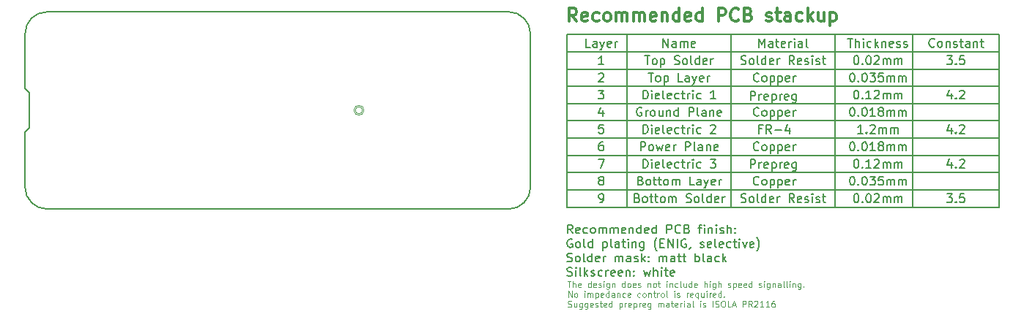
<source format=gbr>
G04 #@! TF.GenerationSoftware,KiCad,Pcbnew,5.1.5+dfsg1-2~bpo10+1*
G04 #@! TF.CreationDate,2020-05-12T19:04:25+02:00*
G04 #@! TF.ProjectId,quickfeather-board,71756963-6b66-4656-9174-6865722d626f,rev?*
G04 #@! TF.SameCoordinates,Original*
G04 #@! TF.FileFunction,OtherDrawing,Comment*
%FSLAX46Y46*%
G04 Gerber Fmt 4.6, Leading zero omitted, Abs format (unit mm)*
G04 Created by KiCad (PCBNEW 5.1.5+dfsg1-2~bpo10+1) date 2020-05-12 19:04:25*
%MOMM*%
%LPD*%
G04 APERTURE LIST*
%ADD10C,0.150000*%
%ADD11C,0.100000*%
%ADD12C,0.300000*%
%ADD13C,0.200000*%
G04 APERTURE END LIST*
D10*
X206958142Y-111695380D02*
X206958142Y-110695380D01*
X207339095Y-110695380D01*
X207434333Y-110743000D01*
X207481952Y-110790619D01*
X207529571Y-110885857D01*
X207529571Y-111028714D01*
X207481952Y-111123952D01*
X207434333Y-111171571D01*
X207339095Y-111219190D01*
X206958142Y-111219190D01*
X207958142Y-111695380D02*
X207958142Y-111028714D01*
X207958142Y-111219190D02*
X208005761Y-111123952D01*
X208053380Y-111076333D01*
X208148619Y-111028714D01*
X208243857Y-111028714D01*
X208958142Y-111647761D02*
X208862904Y-111695380D01*
X208672428Y-111695380D01*
X208577190Y-111647761D01*
X208529571Y-111552523D01*
X208529571Y-111171571D01*
X208577190Y-111076333D01*
X208672428Y-111028714D01*
X208862904Y-111028714D01*
X208958142Y-111076333D01*
X209005761Y-111171571D01*
X209005761Y-111266809D01*
X208529571Y-111362047D01*
X209434333Y-111028714D02*
X209434333Y-112028714D01*
X209434333Y-111076333D02*
X209529571Y-111028714D01*
X209720047Y-111028714D01*
X209815285Y-111076333D01*
X209862904Y-111123952D01*
X209910523Y-111219190D01*
X209910523Y-111504904D01*
X209862904Y-111600142D01*
X209815285Y-111647761D01*
X209720047Y-111695380D01*
X209529571Y-111695380D01*
X209434333Y-111647761D01*
X210339095Y-111695380D02*
X210339095Y-111028714D01*
X210339095Y-111219190D02*
X210386714Y-111123952D01*
X210434333Y-111076333D01*
X210529571Y-111028714D01*
X210624809Y-111028714D01*
X211339095Y-111647761D02*
X211243857Y-111695380D01*
X211053380Y-111695380D01*
X210958142Y-111647761D01*
X210910523Y-111552523D01*
X210910523Y-111171571D01*
X210958142Y-111076333D01*
X211053380Y-111028714D01*
X211243857Y-111028714D01*
X211339095Y-111076333D01*
X211386714Y-111171571D01*
X211386714Y-111266809D01*
X210910523Y-111362047D01*
X212243857Y-111028714D02*
X212243857Y-111838238D01*
X212196238Y-111933476D01*
X212148619Y-111981095D01*
X212053380Y-112028714D01*
X211910523Y-112028714D01*
X211815285Y-111981095D01*
X212243857Y-111647761D02*
X212148619Y-111695380D01*
X211958142Y-111695380D01*
X211862904Y-111647761D01*
X211815285Y-111600142D01*
X211767666Y-111504904D01*
X211767666Y-111219190D01*
X211815285Y-111123952D01*
X211862904Y-111076333D01*
X211958142Y-111028714D01*
X212148619Y-111028714D01*
X212243857Y-111076333D01*
X206958142Y-103785380D02*
X206958142Y-102785380D01*
X207339095Y-102785380D01*
X207434333Y-102833000D01*
X207481952Y-102880619D01*
X207529571Y-102975857D01*
X207529571Y-103118714D01*
X207481952Y-103213952D01*
X207434333Y-103261571D01*
X207339095Y-103309190D01*
X206958142Y-103309190D01*
X207958142Y-103785380D02*
X207958142Y-103118714D01*
X207958142Y-103309190D02*
X208005761Y-103213952D01*
X208053380Y-103166333D01*
X208148619Y-103118714D01*
X208243857Y-103118714D01*
X208958142Y-103737761D02*
X208862904Y-103785380D01*
X208672428Y-103785380D01*
X208577190Y-103737761D01*
X208529571Y-103642523D01*
X208529571Y-103261571D01*
X208577190Y-103166333D01*
X208672428Y-103118714D01*
X208862904Y-103118714D01*
X208958142Y-103166333D01*
X209005761Y-103261571D01*
X209005761Y-103356809D01*
X208529571Y-103452047D01*
X209434333Y-103118714D02*
X209434333Y-104118714D01*
X209434333Y-103166333D02*
X209529571Y-103118714D01*
X209720047Y-103118714D01*
X209815285Y-103166333D01*
X209862904Y-103213952D01*
X209910523Y-103309190D01*
X209910523Y-103594904D01*
X209862904Y-103690142D01*
X209815285Y-103737761D01*
X209720047Y-103785380D01*
X209529571Y-103785380D01*
X209434333Y-103737761D01*
X210339095Y-103785380D02*
X210339095Y-103118714D01*
X210339095Y-103309190D02*
X210386714Y-103213952D01*
X210434333Y-103166333D01*
X210529571Y-103118714D01*
X210624809Y-103118714D01*
X211339095Y-103737761D02*
X211243857Y-103785380D01*
X211053380Y-103785380D01*
X210958142Y-103737761D01*
X210910523Y-103642523D01*
X210910523Y-103261571D01*
X210958142Y-103166333D01*
X211053380Y-103118714D01*
X211243857Y-103118714D01*
X211339095Y-103166333D01*
X211386714Y-103261571D01*
X211386714Y-103356809D01*
X210910523Y-103452047D01*
X212243857Y-103118714D02*
X212243857Y-103928238D01*
X212196238Y-104023476D01*
X212148619Y-104071095D01*
X212053380Y-104118714D01*
X211910523Y-104118714D01*
X211815285Y-104071095D01*
X212243857Y-103737761D02*
X212148619Y-103785380D01*
X211958142Y-103785380D01*
X211862904Y-103737761D01*
X211815285Y-103690142D01*
X211767666Y-103594904D01*
X211767666Y-103309190D01*
X211815285Y-103213952D01*
X211862904Y-103166333D01*
X211958142Y-103118714D01*
X212148619Y-103118714D01*
X212243857Y-103166333D01*
D11*
X185791966Y-124788366D02*
X186191966Y-124788366D01*
X185991966Y-125488366D02*
X185991966Y-124788366D01*
X186425300Y-125488366D02*
X186425300Y-124788366D01*
X186725300Y-125488366D02*
X186725300Y-125121700D01*
X186691966Y-125055033D01*
X186625300Y-125021700D01*
X186525300Y-125021700D01*
X186458633Y-125055033D01*
X186425300Y-125088366D01*
X187325300Y-125455033D02*
X187258633Y-125488366D01*
X187125300Y-125488366D01*
X187058633Y-125455033D01*
X187025300Y-125388366D01*
X187025300Y-125121700D01*
X187058633Y-125055033D01*
X187125300Y-125021700D01*
X187258633Y-125021700D01*
X187325300Y-125055033D01*
X187358633Y-125121700D01*
X187358633Y-125188366D01*
X187025300Y-125255033D01*
X188491966Y-125488366D02*
X188491966Y-124788366D01*
X188491966Y-125455033D02*
X188425300Y-125488366D01*
X188291966Y-125488366D01*
X188225300Y-125455033D01*
X188191966Y-125421700D01*
X188158633Y-125355033D01*
X188158633Y-125155033D01*
X188191966Y-125088366D01*
X188225300Y-125055033D01*
X188291966Y-125021700D01*
X188425300Y-125021700D01*
X188491966Y-125055033D01*
X189091966Y-125455033D02*
X189025300Y-125488366D01*
X188891966Y-125488366D01*
X188825300Y-125455033D01*
X188791966Y-125388366D01*
X188791966Y-125121700D01*
X188825300Y-125055033D01*
X188891966Y-125021700D01*
X189025300Y-125021700D01*
X189091966Y-125055033D01*
X189125300Y-125121700D01*
X189125300Y-125188366D01*
X188791966Y-125255033D01*
X189391966Y-125455033D02*
X189458633Y-125488366D01*
X189591966Y-125488366D01*
X189658633Y-125455033D01*
X189691966Y-125388366D01*
X189691966Y-125355033D01*
X189658633Y-125288366D01*
X189591966Y-125255033D01*
X189491966Y-125255033D01*
X189425300Y-125221700D01*
X189391966Y-125155033D01*
X189391966Y-125121700D01*
X189425300Y-125055033D01*
X189491966Y-125021700D01*
X189591966Y-125021700D01*
X189658633Y-125055033D01*
X189991966Y-125488366D02*
X189991966Y-125021700D01*
X189991966Y-124788366D02*
X189958633Y-124821700D01*
X189991966Y-124855033D01*
X190025300Y-124821700D01*
X189991966Y-124788366D01*
X189991966Y-124855033D01*
X190625300Y-125021700D02*
X190625300Y-125588366D01*
X190591966Y-125655033D01*
X190558633Y-125688366D01*
X190491966Y-125721700D01*
X190391966Y-125721700D01*
X190325300Y-125688366D01*
X190625300Y-125455033D02*
X190558633Y-125488366D01*
X190425300Y-125488366D01*
X190358633Y-125455033D01*
X190325300Y-125421700D01*
X190291966Y-125355033D01*
X190291966Y-125155033D01*
X190325300Y-125088366D01*
X190358633Y-125055033D01*
X190425300Y-125021700D01*
X190558633Y-125021700D01*
X190625300Y-125055033D01*
X190958633Y-125021700D02*
X190958633Y-125488366D01*
X190958633Y-125088366D02*
X190991966Y-125055033D01*
X191058633Y-125021700D01*
X191158633Y-125021700D01*
X191225300Y-125055033D01*
X191258633Y-125121700D01*
X191258633Y-125488366D01*
X192425300Y-125488366D02*
X192425300Y-124788366D01*
X192425300Y-125455033D02*
X192358633Y-125488366D01*
X192225300Y-125488366D01*
X192158633Y-125455033D01*
X192125300Y-125421700D01*
X192091966Y-125355033D01*
X192091966Y-125155033D01*
X192125300Y-125088366D01*
X192158633Y-125055033D01*
X192225300Y-125021700D01*
X192358633Y-125021700D01*
X192425300Y-125055033D01*
X192858633Y-125488366D02*
X192791966Y-125455033D01*
X192758633Y-125421700D01*
X192725300Y-125355033D01*
X192725300Y-125155033D01*
X192758633Y-125088366D01*
X192791966Y-125055033D01*
X192858633Y-125021700D01*
X192958633Y-125021700D01*
X193025300Y-125055033D01*
X193058633Y-125088366D01*
X193091966Y-125155033D01*
X193091966Y-125355033D01*
X193058633Y-125421700D01*
X193025300Y-125455033D01*
X192958633Y-125488366D01*
X192858633Y-125488366D01*
X193658633Y-125455033D02*
X193591966Y-125488366D01*
X193458633Y-125488366D01*
X193391966Y-125455033D01*
X193358633Y-125388366D01*
X193358633Y-125121700D01*
X193391966Y-125055033D01*
X193458633Y-125021700D01*
X193591966Y-125021700D01*
X193658633Y-125055033D01*
X193691966Y-125121700D01*
X193691966Y-125188366D01*
X193358633Y-125255033D01*
X193958633Y-125455033D02*
X194025300Y-125488366D01*
X194158633Y-125488366D01*
X194225300Y-125455033D01*
X194258633Y-125388366D01*
X194258633Y-125355033D01*
X194225300Y-125288366D01*
X194158633Y-125255033D01*
X194058633Y-125255033D01*
X193991966Y-125221700D01*
X193958633Y-125155033D01*
X193958633Y-125121700D01*
X193991966Y-125055033D01*
X194058633Y-125021700D01*
X194158633Y-125021700D01*
X194225300Y-125055033D01*
X195091966Y-125021700D02*
X195091966Y-125488366D01*
X195091966Y-125088366D02*
X195125300Y-125055033D01*
X195191966Y-125021700D01*
X195291966Y-125021700D01*
X195358633Y-125055033D01*
X195391966Y-125121700D01*
X195391966Y-125488366D01*
X195825300Y-125488366D02*
X195758633Y-125455033D01*
X195725300Y-125421700D01*
X195691966Y-125355033D01*
X195691966Y-125155033D01*
X195725300Y-125088366D01*
X195758633Y-125055033D01*
X195825300Y-125021700D01*
X195925300Y-125021700D01*
X195991966Y-125055033D01*
X196025300Y-125088366D01*
X196058633Y-125155033D01*
X196058633Y-125355033D01*
X196025300Y-125421700D01*
X195991966Y-125455033D01*
X195925300Y-125488366D01*
X195825300Y-125488366D01*
X196258633Y-125021700D02*
X196525300Y-125021700D01*
X196358633Y-124788366D02*
X196358633Y-125388366D01*
X196391966Y-125455033D01*
X196458633Y-125488366D01*
X196525300Y-125488366D01*
X197291966Y-125488366D02*
X197291966Y-125021700D01*
X197291966Y-124788366D02*
X197258633Y-124821700D01*
X197291966Y-124855033D01*
X197325300Y-124821700D01*
X197291966Y-124788366D01*
X197291966Y-124855033D01*
X197625300Y-125021700D02*
X197625300Y-125488366D01*
X197625300Y-125088366D02*
X197658633Y-125055033D01*
X197725300Y-125021700D01*
X197825300Y-125021700D01*
X197891966Y-125055033D01*
X197925300Y-125121700D01*
X197925300Y-125488366D01*
X198558633Y-125455033D02*
X198491966Y-125488366D01*
X198358633Y-125488366D01*
X198291966Y-125455033D01*
X198258633Y-125421700D01*
X198225300Y-125355033D01*
X198225300Y-125155033D01*
X198258633Y-125088366D01*
X198291966Y-125055033D01*
X198358633Y-125021700D01*
X198491966Y-125021700D01*
X198558633Y-125055033D01*
X198958633Y-125488366D02*
X198891966Y-125455033D01*
X198858633Y-125388366D01*
X198858633Y-124788366D01*
X199525300Y-125021700D02*
X199525300Y-125488366D01*
X199225300Y-125021700D02*
X199225300Y-125388366D01*
X199258633Y-125455033D01*
X199325300Y-125488366D01*
X199425300Y-125488366D01*
X199491966Y-125455033D01*
X199525300Y-125421700D01*
X200158633Y-125488366D02*
X200158633Y-124788366D01*
X200158633Y-125455033D02*
X200091966Y-125488366D01*
X199958633Y-125488366D01*
X199891966Y-125455033D01*
X199858633Y-125421700D01*
X199825300Y-125355033D01*
X199825300Y-125155033D01*
X199858633Y-125088366D01*
X199891966Y-125055033D01*
X199958633Y-125021700D01*
X200091966Y-125021700D01*
X200158633Y-125055033D01*
X200758633Y-125455033D02*
X200691966Y-125488366D01*
X200558633Y-125488366D01*
X200491966Y-125455033D01*
X200458633Y-125388366D01*
X200458633Y-125121700D01*
X200491966Y-125055033D01*
X200558633Y-125021700D01*
X200691966Y-125021700D01*
X200758633Y-125055033D01*
X200791966Y-125121700D01*
X200791966Y-125188366D01*
X200458633Y-125255033D01*
X201625300Y-125488366D02*
X201625300Y-124788366D01*
X201925300Y-125488366D02*
X201925300Y-125121700D01*
X201891966Y-125055033D01*
X201825300Y-125021700D01*
X201725300Y-125021700D01*
X201658633Y-125055033D01*
X201625300Y-125088366D01*
X202258633Y-125488366D02*
X202258633Y-125021700D01*
X202258633Y-124788366D02*
X202225300Y-124821700D01*
X202258633Y-124855033D01*
X202291966Y-124821700D01*
X202258633Y-124788366D01*
X202258633Y-124855033D01*
X202891966Y-125021700D02*
X202891966Y-125588366D01*
X202858633Y-125655033D01*
X202825300Y-125688366D01*
X202758633Y-125721700D01*
X202658633Y-125721700D01*
X202591966Y-125688366D01*
X202891966Y-125455033D02*
X202825300Y-125488366D01*
X202691966Y-125488366D01*
X202625300Y-125455033D01*
X202591966Y-125421700D01*
X202558633Y-125355033D01*
X202558633Y-125155033D01*
X202591966Y-125088366D01*
X202625300Y-125055033D01*
X202691966Y-125021700D01*
X202825300Y-125021700D01*
X202891966Y-125055033D01*
X203225300Y-125488366D02*
X203225300Y-124788366D01*
X203525300Y-125488366D02*
X203525300Y-125121700D01*
X203491966Y-125055033D01*
X203425300Y-125021700D01*
X203325300Y-125021700D01*
X203258633Y-125055033D01*
X203225300Y-125088366D01*
X204358633Y-125455033D02*
X204425300Y-125488366D01*
X204558633Y-125488366D01*
X204625300Y-125455033D01*
X204658633Y-125388366D01*
X204658633Y-125355033D01*
X204625300Y-125288366D01*
X204558633Y-125255033D01*
X204458633Y-125255033D01*
X204391966Y-125221700D01*
X204358633Y-125155033D01*
X204358633Y-125121700D01*
X204391966Y-125055033D01*
X204458633Y-125021700D01*
X204558633Y-125021700D01*
X204625300Y-125055033D01*
X204958633Y-125021700D02*
X204958633Y-125721700D01*
X204958633Y-125055033D02*
X205025300Y-125021700D01*
X205158633Y-125021700D01*
X205225300Y-125055033D01*
X205258633Y-125088366D01*
X205291966Y-125155033D01*
X205291966Y-125355033D01*
X205258633Y-125421700D01*
X205225300Y-125455033D01*
X205158633Y-125488366D01*
X205025300Y-125488366D01*
X204958633Y-125455033D01*
X205858633Y-125455033D02*
X205791966Y-125488366D01*
X205658633Y-125488366D01*
X205591966Y-125455033D01*
X205558633Y-125388366D01*
X205558633Y-125121700D01*
X205591966Y-125055033D01*
X205658633Y-125021700D01*
X205791966Y-125021700D01*
X205858633Y-125055033D01*
X205891966Y-125121700D01*
X205891966Y-125188366D01*
X205558633Y-125255033D01*
X206458633Y-125455033D02*
X206391966Y-125488366D01*
X206258633Y-125488366D01*
X206191966Y-125455033D01*
X206158633Y-125388366D01*
X206158633Y-125121700D01*
X206191966Y-125055033D01*
X206258633Y-125021700D01*
X206391966Y-125021700D01*
X206458633Y-125055033D01*
X206491966Y-125121700D01*
X206491966Y-125188366D01*
X206158633Y-125255033D01*
X207091966Y-125488366D02*
X207091966Y-124788366D01*
X207091966Y-125455033D02*
X207025300Y-125488366D01*
X206891966Y-125488366D01*
X206825300Y-125455033D01*
X206791966Y-125421700D01*
X206758633Y-125355033D01*
X206758633Y-125155033D01*
X206791966Y-125088366D01*
X206825300Y-125055033D01*
X206891966Y-125021700D01*
X207025300Y-125021700D01*
X207091966Y-125055033D01*
X207925300Y-125455033D02*
X207991966Y-125488366D01*
X208125300Y-125488366D01*
X208191966Y-125455033D01*
X208225300Y-125388366D01*
X208225300Y-125355033D01*
X208191966Y-125288366D01*
X208125300Y-125255033D01*
X208025300Y-125255033D01*
X207958633Y-125221700D01*
X207925300Y-125155033D01*
X207925300Y-125121700D01*
X207958633Y-125055033D01*
X208025300Y-125021700D01*
X208125300Y-125021700D01*
X208191966Y-125055033D01*
X208525300Y-125488366D02*
X208525300Y-125021700D01*
X208525300Y-124788366D02*
X208491966Y-124821700D01*
X208525300Y-124855033D01*
X208558633Y-124821700D01*
X208525300Y-124788366D01*
X208525300Y-124855033D01*
X209158633Y-125021700D02*
X209158633Y-125588366D01*
X209125300Y-125655033D01*
X209091966Y-125688366D01*
X209025300Y-125721700D01*
X208925300Y-125721700D01*
X208858633Y-125688366D01*
X209158633Y-125455033D02*
X209091966Y-125488366D01*
X208958633Y-125488366D01*
X208891966Y-125455033D01*
X208858633Y-125421700D01*
X208825300Y-125355033D01*
X208825300Y-125155033D01*
X208858633Y-125088366D01*
X208891966Y-125055033D01*
X208958633Y-125021700D01*
X209091966Y-125021700D01*
X209158633Y-125055033D01*
X209491966Y-125021700D02*
X209491966Y-125488366D01*
X209491966Y-125088366D02*
X209525300Y-125055033D01*
X209591966Y-125021700D01*
X209691966Y-125021700D01*
X209758633Y-125055033D01*
X209791966Y-125121700D01*
X209791966Y-125488366D01*
X210425300Y-125488366D02*
X210425300Y-125121700D01*
X210391966Y-125055033D01*
X210325300Y-125021700D01*
X210191966Y-125021700D01*
X210125300Y-125055033D01*
X210425300Y-125455033D02*
X210358633Y-125488366D01*
X210191966Y-125488366D01*
X210125300Y-125455033D01*
X210091966Y-125388366D01*
X210091966Y-125321700D01*
X210125300Y-125255033D01*
X210191966Y-125221700D01*
X210358633Y-125221700D01*
X210425300Y-125188366D01*
X210858633Y-125488366D02*
X210791966Y-125455033D01*
X210758633Y-125388366D01*
X210758633Y-124788366D01*
X211225300Y-125488366D02*
X211158633Y-125455033D01*
X211125300Y-125388366D01*
X211125300Y-124788366D01*
X211491966Y-125488366D02*
X211491966Y-125021700D01*
X211491966Y-124788366D02*
X211458633Y-124821700D01*
X211491966Y-124855033D01*
X211525300Y-124821700D01*
X211491966Y-124788366D01*
X211491966Y-124855033D01*
X211825300Y-125021700D02*
X211825300Y-125488366D01*
X211825300Y-125088366D02*
X211858633Y-125055033D01*
X211925300Y-125021700D01*
X212025300Y-125021700D01*
X212091966Y-125055033D01*
X212125300Y-125121700D01*
X212125300Y-125488366D01*
X212758633Y-125021700D02*
X212758633Y-125588366D01*
X212725300Y-125655033D01*
X212691966Y-125688366D01*
X212625300Y-125721700D01*
X212525300Y-125721700D01*
X212458633Y-125688366D01*
X212758633Y-125455033D02*
X212691966Y-125488366D01*
X212558633Y-125488366D01*
X212491966Y-125455033D01*
X212458633Y-125421700D01*
X212425300Y-125355033D01*
X212425300Y-125155033D01*
X212458633Y-125088366D01*
X212491966Y-125055033D01*
X212558633Y-125021700D01*
X212691966Y-125021700D01*
X212758633Y-125055033D01*
X213091966Y-125421700D02*
X213125300Y-125455033D01*
X213091966Y-125488366D01*
X213058633Y-125455033D01*
X213091966Y-125421700D01*
X213091966Y-125488366D01*
X185891966Y-126638366D02*
X185891966Y-125938366D01*
X186291966Y-126638366D01*
X186291966Y-125938366D01*
X186725300Y-126638366D02*
X186658633Y-126605033D01*
X186625300Y-126571700D01*
X186591966Y-126505033D01*
X186591966Y-126305033D01*
X186625300Y-126238366D01*
X186658633Y-126205033D01*
X186725300Y-126171700D01*
X186825300Y-126171700D01*
X186891966Y-126205033D01*
X186925300Y-126238366D01*
X186958633Y-126305033D01*
X186958633Y-126505033D01*
X186925300Y-126571700D01*
X186891966Y-126605033D01*
X186825300Y-126638366D01*
X186725300Y-126638366D01*
X187791966Y-126638366D02*
X187791966Y-126171700D01*
X187791966Y-125938366D02*
X187758633Y-125971700D01*
X187791966Y-126005033D01*
X187825300Y-125971700D01*
X187791966Y-125938366D01*
X187791966Y-126005033D01*
X188125300Y-126638366D02*
X188125300Y-126171700D01*
X188125300Y-126238366D02*
X188158633Y-126205033D01*
X188225300Y-126171700D01*
X188325300Y-126171700D01*
X188391966Y-126205033D01*
X188425300Y-126271700D01*
X188425300Y-126638366D01*
X188425300Y-126271700D02*
X188458633Y-126205033D01*
X188525300Y-126171700D01*
X188625300Y-126171700D01*
X188691966Y-126205033D01*
X188725300Y-126271700D01*
X188725300Y-126638366D01*
X189058633Y-126171700D02*
X189058633Y-126871700D01*
X189058633Y-126205033D02*
X189125300Y-126171700D01*
X189258633Y-126171700D01*
X189325300Y-126205033D01*
X189358633Y-126238366D01*
X189391966Y-126305033D01*
X189391966Y-126505033D01*
X189358633Y-126571700D01*
X189325300Y-126605033D01*
X189258633Y-126638366D01*
X189125300Y-126638366D01*
X189058633Y-126605033D01*
X189958633Y-126605033D02*
X189891966Y-126638366D01*
X189758633Y-126638366D01*
X189691966Y-126605033D01*
X189658633Y-126538366D01*
X189658633Y-126271700D01*
X189691966Y-126205033D01*
X189758633Y-126171700D01*
X189891966Y-126171700D01*
X189958633Y-126205033D01*
X189991966Y-126271700D01*
X189991966Y-126338366D01*
X189658633Y-126405033D01*
X190591966Y-126638366D02*
X190591966Y-125938366D01*
X190591966Y-126605033D02*
X190525300Y-126638366D01*
X190391966Y-126638366D01*
X190325300Y-126605033D01*
X190291966Y-126571700D01*
X190258633Y-126505033D01*
X190258633Y-126305033D01*
X190291966Y-126238366D01*
X190325300Y-126205033D01*
X190391966Y-126171700D01*
X190525300Y-126171700D01*
X190591966Y-126205033D01*
X191225300Y-126638366D02*
X191225300Y-126271700D01*
X191191966Y-126205033D01*
X191125300Y-126171700D01*
X190991966Y-126171700D01*
X190925300Y-126205033D01*
X191225300Y-126605033D02*
X191158633Y-126638366D01*
X190991966Y-126638366D01*
X190925300Y-126605033D01*
X190891966Y-126538366D01*
X190891966Y-126471700D01*
X190925300Y-126405033D01*
X190991966Y-126371700D01*
X191158633Y-126371700D01*
X191225300Y-126338366D01*
X191558633Y-126171700D02*
X191558633Y-126638366D01*
X191558633Y-126238366D02*
X191591966Y-126205033D01*
X191658633Y-126171700D01*
X191758633Y-126171700D01*
X191825300Y-126205033D01*
X191858633Y-126271700D01*
X191858633Y-126638366D01*
X192491966Y-126605033D02*
X192425300Y-126638366D01*
X192291966Y-126638366D01*
X192225300Y-126605033D01*
X192191966Y-126571700D01*
X192158633Y-126505033D01*
X192158633Y-126305033D01*
X192191966Y-126238366D01*
X192225300Y-126205033D01*
X192291966Y-126171700D01*
X192425300Y-126171700D01*
X192491966Y-126205033D01*
X193058633Y-126605033D02*
X192991966Y-126638366D01*
X192858633Y-126638366D01*
X192791966Y-126605033D01*
X192758633Y-126538366D01*
X192758633Y-126271700D01*
X192791966Y-126205033D01*
X192858633Y-126171700D01*
X192991966Y-126171700D01*
X193058633Y-126205033D01*
X193091966Y-126271700D01*
X193091966Y-126338366D01*
X192758633Y-126405033D01*
X194225300Y-126605033D02*
X194158633Y-126638366D01*
X194025300Y-126638366D01*
X193958633Y-126605033D01*
X193925300Y-126571700D01*
X193891966Y-126505033D01*
X193891966Y-126305033D01*
X193925300Y-126238366D01*
X193958633Y-126205033D01*
X194025300Y-126171700D01*
X194158633Y-126171700D01*
X194225300Y-126205033D01*
X194625300Y-126638366D02*
X194558633Y-126605033D01*
X194525300Y-126571700D01*
X194491966Y-126505033D01*
X194491966Y-126305033D01*
X194525300Y-126238366D01*
X194558633Y-126205033D01*
X194625300Y-126171700D01*
X194725300Y-126171700D01*
X194791966Y-126205033D01*
X194825300Y-126238366D01*
X194858633Y-126305033D01*
X194858633Y-126505033D01*
X194825300Y-126571700D01*
X194791966Y-126605033D01*
X194725300Y-126638366D01*
X194625300Y-126638366D01*
X195158633Y-126171700D02*
X195158633Y-126638366D01*
X195158633Y-126238366D02*
X195191966Y-126205033D01*
X195258633Y-126171700D01*
X195358633Y-126171700D01*
X195425300Y-126205033D01*
X195458633Y-126271700D01*
X195458633Y-126638366D01*
X195691966Y-126171700D02*
X195958633Y-126171700D01*
X195791966Y-125938366D02*
X195791966Y-126538366D01*
X195825300Y-126605033D01*
X195891966Y-126638366D01*
X195958633Y-126638366D01*
X196191966Y-126638366D02*
X196191966Y-126171700D01*
X196191966Y-126305033D02*
X196225300Y-126238366D01*
X196258633Y-126205033D01*
X196325300Y-126171700D01*
X196391966Y-126171700D01*
X196725300Y-126638366D02*
X196658633Y-126605033D01*
X196625300Y-126571700D01*
X196591966Y-126505033D01*
X196591966Y-126305033D01*
X196625300Y-126238366D01*
X196658633Y-126205033D01*
X196725300Y-126171700D01*
X196825300Y-126171700D01*
X196891966Y-126205033D01*
X196925300Y-126238366D01*
X196958633Y-126305033D01*
X196958633Y-126505033D01*
X196925300Y-126571700D01*
X196891966Y-126605033D01*
X196825300Y-126638366D01*
X196725300Y-126638366D01*
X197358633Y-126638366D02*
X197291966Y-126605033D01*
X197258633Y-126538366D01*
X197258633Y-125938366D01*
X198158633Y-126638366D02*
X198158633Y-126171700D01*
X198158633Y-125938366D02*
X198125300Y-125971700D01*
X198158633Y-126005033D01*
X198191966Y-125971700D01*
X198158633Y-125938366D01*
X198158633Y-126005033D01*
X198458633Y-126605033D02*
X198525300Y-126638366D01*
X198658633Y-126638366D01*
X198725300Y-126605033D01*
X198758633Y-126538366D01*
X198758633Y-126505033D01*
X198725300Y-126438366D01*
X198658633Y-126405033D01*
X198558633Y-126405033D01*
X198491966Y-126371700D01*
X198458633Y-126305033D01*
X198458633Y-126271700D01*
X198491966Y-126205033D01*
X198558633Y-126171700D01*
X198658633Y-126171700D01*
X198725300Y-126205033D01*
X199591966Y-126638366D02*
X199591966Y-126171700D01*
X199591966Y-126305033D02*
X199625300Y-126238366D01*
X199658633Y-126205033D01*
X199725300Y-126171700D01*
X199791966Y-126171700D01*
X200291966Y-126605033D02*
X200225300Y-126638366D01*
X200091966Y-126638366D01*
X200025300Y-126605033D01*
X199991966Y-126538366D01*
X199991966Y-126271700D01*
X200025300Y-126205033D01*
X200091966Y-126171700D01*
X200225300Y-126171700D01*
X200291966Y-126205033D01*
X200325300Y-126271700D01*
X200325300Y-126338366D01*
X199991966Y-126405033D01*
X200925300Y-126171700D02*
X200925300Y-126871700D01*
X200925300Y-126605033D02*
X200858633Y-126638366D01*
X200725300Y-126638366D01*
X200658633Y-126605033D01*
X200625300Y-126571700D01*
X200591966Y-126505033D01*
X200591966Y-126305033D01*
X200625300Y-126238366D01*
X200658633Y-126205033D01*
X200725300Y-126171700D01*
X200858633Y-126171700D01*
X200925300Y-126205033D01*
X201558633Y-126171700D02*
X201558633Y-126638366D01*
X201258633Y-126171700D02*
X201258633Y-126538366D01*
X201291966Y-126605033D01*
X201358633Y-126638366D01*
X201458633Y-126638366D01*
X201525300Y-126605033D01*
X201558633Y-126571700D01*
X201891966Y-126638366D02*
X201891966Y-126171700D01*
X201891966Y-125938366D02*
X201858633Y-125971700D01*
X201891966Y-126005033D01*
X201925300Y-125971700D01*
X201891966Y-125938366D01*
X201891966Y-126005033D01*
X202225300Y-126638366D02*
X202225300Y-126171700D01*
X202225300Y-126305033D02*
X202258633Y-126238366D01*
X202291966Y-126205033D01*
X202358633Y-126171700D01*
X202425300Y-126171700D01*
X202925300Y-126605033D02*
X202858633Y-126638366D01*
X202725300Y-126638366D01*
X202658633Y-126605033D01*
X202625300Y-126538366D01*
X202625300Y-126271700D01*
X202658633Y-126205033D01*
X202725300Y-126171700D01*
X202858633Y-126171700D01*
X202925300Y-126205033D01*
X202958633Y-126271700D01*
X202958633Y-126338366D01*
X202625300Y-126405033D01*
X203558633Y-126638366D02*
X203558633Y-125938366D01*
X203558633Y-126605033D02*
X203491966Y-126638366D01*
X203358633Y-126638366D01*
X203291966Y-126605033D01*
X203258633Y-126571700D01*
X203225300Y-126505033D01*
X203225300Y-126305033D01*
X203258633Y-126238366D01*
X203291966Y-126205033D01*
X203358633Y-126171700D01*
X203491966Y-126171700D01*
X203558633Y-126205033D01*
X203891966Y-126571700D02*
X203925300Y-126605033D01*
X203891966Y-126638366D01*
X203858633Y-126605033D01*
X203891966Y-126571700D01*
X203891966Y-126638366D01*
X185858633Y-127755033D02*
X185958633Y-127788366D01*
X186125300Y-127788366D01*
X186191966Y-127755033D01*
X186225300Y-127721700D01*
X186258633Y-127655033D01*
X186258633Y-127588366D01*
X186225300Y-127521700D01*
X186191966Y-127488366D01*
X186125300Y-127455033D01*
X185991966Y-127421700D01*
X185925300Y-127388366D01*
X185891966Y-127355033D01*
X185858633Y-127288366D01*
X185858633Y-127221700D01*
X185891966Y-127155033D01*
X185925300Y-127121700D01*
X185991966Y-127088366D01*
X186158633Y-127088366D01*
X186258633Y-127121700D01*
X186858633Y-127321700D02*
X186858633Y-127788366D01*
X186558633Y-127321700D02*
X186558633Y-127688366D01*
X186591966Y-127755033D01*
X186658633Y-127788366D01*
X186758633Y-127788366D01*
X186825300Y-127755033D01*
X186858633Y-127721700D01*
X187491966Y-127321700D02*
X187491966Y-127888366D01*
X187458633Y-127955033D01*
X187425300Y-127988366D01*
X187358633Y-128021700D01*
X187258633Y-128021700D01*
X187191966Y-127988366D01*
X187491966Y-127755033D02*
X187425300Y-127788366D01*
X187291966Y-127788366D01*
X187225300Y-127755033D01*
X187191966Y-127721700D01*
X187158633Y-127655033D01*
X187158633Y-127455033D01*
X187191966Y-127388366D01*
X187225300Y-127355033D01*
X187291966Y-127321700D01*
X187425300Y-127321700D01*
X187491966Y-127355033D01*
X188125300Y-127321700D02*
X188125300Y-127888366D01*
X188091966Y-127955033D01*
X188058633Y-127988366D01*
X187991966Y-128021700D01*
X187891966Y-128021700D01*
X187825300Y-127988366D01*
X188125300Y-127755033D02*
X188058633Y-127788366D01*
X187925300Y-127788366D01*
X187858633Y-127755033D01*
X187825300Y-127721700D01*
X187791966Y-127655033D01*
X187791966Y-127455033D01*
X187825300Y-127388366D01*
X187858633Y-127355033D01*
X187925300Y-127321700D01*
X188058633Y-127321700D01*
X188125300Y-127355033D01*
X188725300Y-127755033D02*
X188658633Y-127788366D01*
X188525300Y-127788366D01*
X188458633Y-127755033D01*
X188425300Y-127688366D01*
X188425300Y-127421700D01*
X188458633Y-127355033D01*
X188525300Y-127321700D01*
X188658633Y-127321700D01*
X188725300Y-127355033D01*
X188758633Y-127421700D01*
X188758633Y-127488366D01*
X188425300Y-127555033D01*
X189025300Y-127755033D02*
X189091966Y-127788366D01*
X189225300Y-127788366D01*
X189291966Y-127755033D01*
X189325300Y-127688366D01*
X189325300Y-127655033D01*
X189291966Y-127588366D01*
X189225300Y-127555033D01*
X189125300Y-127555033D01*
X189058633Y-127521700D01*
X189025300Y-127455033D01*
X189025300Y-127421700D01*
X189058633Y-127355033D01*
X189125300Y-127321700D01*
X189225300Y-127321700D01*
X189291966Y-127355033D01*
X189525300Y-127321700D02*
X189791966Y-127321700D01*
X189625300Y-127088366D02*
X189625300Y-127688366D01*
X189658633Y-127755033D01*
X189725300Y-127788366D01*
X189791966Y-127788366D01*
X190291966Y-127755033D02*
X190225300Y-127788366D01*
X190091966Y-127788366D01*
X190025300Y-127755033D01*
X189991966Y-127688366D01*
X189991966Y-127421700D01*
X190025300Y-127355033D01*
X190091966Y-127321700D01*
X190225300Y-127321700D01*
X190291966Y-127355033D01*
X190325300Y-127421700D01*
X190325300Y-127488366D01*
X189991966Y-127555033D01*
X190925300Y-127788366D02*
X190925300Y-127088366D01*
X190925300Y-127755033D02*
X190858633Y-127788366D01*
X190725300Y-127788366D01*
X190658633Y-127755033D01*
X190625300Y-127721700D01*
X190591966Y-127655033D01*
X190591966Y-127455033D01*
X190625300Y-127388366D01*
X190658633Y-127355033D01*
X190725300Y-127321700D01*
X190858633Y-127321700D01*
X190925300Y-127355033D01*
X191791966Y-127321700D02*
X191791966Y-128021700D01*
X191791966Y-127355033D02*
X191858633Y-127321700D01*
X191991966Y-127321700D01*
X192058633Y-127355033D01*
X192091966Y-127388366D01*
X192125300Y-127455033D01*
X192125300Y-127655033D01*
X192091966Y-127721700D01*
X192058633Y-127755033D01*
X191991966Y-127788366D01*
X191858633Y-127788366D01*
X191791966Y-127755033D01*
X192425300Y-127788366D02*
X192425300Y-127321700D01*
X192425300Y-127455033D02*
X192458633Y-127388366D01*
X192491966Y-127355033D01*
X192558633Y-127321700D01*
X192625300Y-127321700D01*
X193125300Y-127755033D02*
X193058633Y-127788366D01*
X192925300Y-127788366D01*
X192858633Y-127755033D01*
X192825300Y-127688366D01*
X192825300Y-127421700D01*
X192858633Y-127355033D01*
X192925300Y-127321700D01*
X193058633Y-127321700D01*
X193125300Y-127355033D01*
X193158633Y-127421700D01*
X193158633Y-127488366D01*
X192825300Y-127555033D01*
X193458633Y-127321700D02*
X193458633Y-128021700D01*
X193458633Y-127355033D02*
X193525300Y-127321700D01*
X193658633Y-127321700D01*
X193725300Y-127355033D01*
X193758633Y-127388366D01*
X193791966Y-127455033D01*
X193791966Y-127655033D01*
X193758633Y-127721700D01*
X193725300Y-127755033D01*
X193658633Y-127788366D01*
X193525300Y-127788366D01*
X193458633Y-127755033D01*
X194091966Y-127788366D02*
X194091966Y-127321700D01*
X194091966Y-127455033D02*
X194125300Y-127388366D01*
X194158633Y-127355033D01*
X194225300Y-127321700D01*
X194291966Y-127321700D01*
X194791966Y-127755033D02*
X194725300Y-127788366D01*
X194591966Y-127788366D01*
X194525300Y-127755033D01*
X194491966Y-127688366D01*
X194491966Y-127421700D01*
X194525300Y-127355033D01*
X194591966Y-127321700D01*
X194725300Y-127321700D01*
X194791966Y-127355033D01*
X194825300Y-127421700D01*
X194825300Y-127488366D01*
X194491966Y-127555033D01*
X195425300Y-127321700D02*
X195425300Y-127888366D01*
X195391966Y-127955033D01*
X195358633Y-127988366D01*
X195291966Y-128021700D01*
X195191966Y-128021700D01*
X195125300Y-127988366D01*
X195425300Y-127755033D02*
X195358633Y-127788366D01*
X195225300Y-127788366D01*
X195158633Y-127755033D01*
X195125300Y-127721700D01*
X195091966Y-127655033D01*
X195091966Y-127455033D01*
X195125300Y-127388366D01*
X195158633Y-127355033D01*
X195225300Y-127321700D01*
X195358633Y-127321700D01*
X195425300Y-127355033D01*
X196291966Y-127788366D02*
X196291966Y-127321700D01*
X196291966Y-127388366D02*
X196325300Y-127355033D01*
X196391966Y-127321700D01*
X196491966Y-127321700D01*
X196558633Y-127355033D01*
X196591966Y-127421700D01*
X196591966Y-127788366D01*
X196591966Y-127421700D02*
X196625300Y-127355033D01*
X196691966Y-127321700D01*
X196791966Y-127321700D01*
X196858633Y-127355033D01*
X196891966Y-127421700D01*
X196891966Y-127788366D01*
X197525300Y-127788366D02*
X197525300Y-127421700D01*
X197491966Y-127355033D01*
X197425300Y-127321700D01*
X197291966Y-127321700D01*
X197225300Y-127355033D01*
X197525300Y-127755033D02*
X197458633Y-127788366D01*
X197291966Y-127788366D01*
X197225300Y-127755033D01*
X197191966Y-127688366D01*
X197191966Y-127621700D01*
X197225300Y-127555033D01*
X197291966Y-127521700D01*
X197458633Y-127521700D01*
X197525300Y-127488366D01*
X197758633Y-127321700D02*
X198025300Y-127321700D01*
X197858633Y-127088366D02*
X197858633Y-127688366D01*
X197891966Y-127755033D01*
X197958633Y-127788366D01*
X198025300Y-127788366D01*
X198525300Y-127755033D02*
X198458633Y-127788366D01*
X198325300Y-127788366D01*
X198258633Y-127755033D01*
X198225300Y-127688366D01*
X198225300Y-127421700D01*
X198258633Y-127355033D01*
X198325300Y-127321700D01*
X198458633Y-127321700D01*
X198525300Y-127355033D01*
X198558633Y-127421700D01*
X198558633Y-127488366D01*
X198225300Y-127555033D01*
X198858633Y-127788366D02*
X198858633Y-127321700D01*
X198858633Y-127455033D02*
X198891966Y-127388366D01*
X198925300Y-127355033D01*
X198991966Y-127321700D01*
X199058633Y-127321700D01*
X199291966Y-127788366D02*
X199291966Y-127321700D01*
X199291966Y-127088366D02*
X199258633Y-127121700D01*
X199291966Y-127155033D01*
X199325300Y-127121700D01*
X199291966Y-127088366D01*
X199291966Y-127155033D01*
X199925300Y-127788366D02*
X199925300Y-127421700D01*
X199891966Y-127355033D01*
X199825300Y-127321700D01*
X199691966Y-127321700D01*
X199625300Y-127355033D01*
X199925300Y-127755033D02*
X199858633Y-127788366D01*
X199691966Y-127788366D01*
X199625300Y-127755033D01*
X199591966Y-127688366D01*
X199591966Y-127621700D01*
X199625300Y-127555033D01*
X199691966Y-127521700D01*
X199858633Y-127521700D01*
X199925300Y-127488366D01*
X200358633Y-127788366D02*
X200291966Y-127755033D01*
X200258633Y-127688366D01*
X200258633Y-127088366D01*
X201158633Y-127788366D02*
X201158633Y-127321700D01*
X201158633Y-127088366D02*
X201125300Y-127121700D01*
X201158633Y-127155033D01*
X201191966Y-127121700D01*
X201158633Y-127088366D01*
X201158633Y-127155033D01*
X201458633Y-127755033D02*
X201525300Y-127788366D01*
X201658633Y-127788366D01*
X201725300Y-127755033D01*
X201758633Y-127688366D01*
X201758633Y-127655033D01*
X201725300Y-127588366D01*
X201658633Y-127555033D01*
X201558633Y-127555033D01*
X201491966Y-127521700D01*
X201458633Y-127455033D01*
X201458633Y-127421700D01*
X201491966Y-127355033D01*
X201558633Y-127321700D01*
X201658633Y-127321700D01*
X201725300Y-127355033D01*
X202591966Y-127788366D02*
X202591966Y-127088366D01*
X202891966Y-127755033D02*
X202991966Y-127788366D01*
X203158633Y-127788366D01*
X203225300Y-127755033D01*
X203258633Y-127721700D01*
X203291966Y-127655033D01*
X203291966Y-127588366D01*
X203258633Y-127521700D01*
X203225300Y-127488366D01*
X203158633Y-127455033D01*
X203025300Y-127421700D01*
X202958633Y-127388366D01*
X202925300Y-127355033D01*
X202891966Y-127288366D01*
X202891966Y-127221700D01*
X202925300Y-127155033D01*
X202958633Y-127121700D01*
X203025300Y-127088366D01*
X203191966Y-127088366D01*
X203291966Y-127121700D01*
X203725300Y-127088366D02*
X203858633Y-127088366D01*
X203925300Y-127121700D01*
X203991966Y-127188366D01*
X204025300Y-127321700D01*
X204025300Y-127555033D01*
X203991966Y-127688366D01*
X203925300Y-127755033D01*
X203858633Y-127788366D01*
X203725300Y-127788366D01*
X203658633Y-127755033D01*
X203591966Y-127688366D01*
X203558633Y-127555033D01*
X203558633Y-127321700D01*
X203591966Y-127188366D01*
X203658633Y-127121700D01*
X203725300Y-127088366D01*
X204658633Y-127788366D02*
X204325300Y-127788366D01*
X204325300Y-127088366D01*
X204858633Y-127588366D02*
X205191966Y-127588366D01*
X204791966Y-127788366D02*
X205025300Y-127088366D01*
X205258633Y-127788366D01*
X206025300Y-127788366D02*
X206025300Y-127088366D01*
X206291966Y-127088366D01*
X206358633Y-127121700D01*
X206391966Y-127155033D01*
X206425300Y-127221700D01*
X206425300Y-127321700D01*
X206391966Y-127388366D01*
X206358633Y-127421700D01*
X206291966Y-127455033D01*
X206025300Y-127455033D01*
X207125300Y-127788366D02*
X206891966Y-127455033D01*
X206725300Y-127788366D02*
X206725300Y-127088366D01*
X206991966Y-127088366D01*
X207058633Y-127121700D01*
X207091966Y-127155033D01*
X207125300Y-127221700D01*
X207125300Y-127321700D01*
X207091966Y-127388366D01*
X207058633Y-127421700D01*
X206991966Y-127455033D01*
X206725300Y-127455033D01*
X207391966Y-127155033D02*
X207425300Y-127121700D01*
X207491966Y-127088366D01*
X207658633Y-127088366D01*
X207725300Y-127121700D01*
X207758633Y-127155033D01*
X207791966Y-127221700D01*
X207791966Y-127288366D01*
X207758633Y-127388366D01*
X207358633Y-127788366D01*
X207791966Y-127788366D01*
X208458633Y-127788366D02*
X208058633Y-127788366D01*
X208258633Y-127788366D02*
X208258633Y-127088366D01*
X208191966Y-127188366D01*
X208125300Y-127255033D01*
X208058633Y-127288366D01*
X209125300Y-127788366D02*
X208725300Y-127788366D01*
X208925300Y-127788366D02*
X208925300Y-127088366D01*
X208858633Y-127188366D01*
X208791966Y-127255033D01*
X208725300Y-127288366D01*
X209725300Y-127088366D02*
X209591966Y-127088366D01*
X209525300Y-127121700D01*
X209491966Y-127155033D01*
X209425300Y-127255033D01*
X209391966Y-127388366D01*
X209391966Y-127655033D01*
X209425300Y-127721700D01*
X209458633Y-127755033D01*
X209525300Y-127788366D01*
X209658633Y-127788366D01*
X209725300Y-127755033D01*
X209758633Y-127721700D01*
X209791966Y-127655033D01*
X209791966Y-127488366D01*
X209758633Y-127421700D01*
X209725300Y-127388366D01*
X209658633Y-127355033D01*
X209525300Y-127355033D01*
X209458633Y-127388366D01*
X209425300Y-127421700D01*
X209391966Y-127488366D01*
D10*
X186387323Y-119249080D02*
X186053990Y-118772890D01*
X185815895Y-119249080D02*
X185815895Y-118249080D01*
X186196847Y-118249080D01*
X186292085Y-118296700D01*
X186339704Y-118344319D01*
X186387323Y-118439557D01*
X186387323Y-118582414D01*
X186339704Y-118677652D01*
X186292085Y-118725271D01*
X186196847Y-118772890D01*
X185815895Y-118772890D01*
X187196847Y-119201461D02*
X187101609Y-119249080D01*
X186911133Y-119249080D01*
X186815895Y-119201461D01*
X186768276Y-119106223D01*
X186768276Y-118725271D01*
X186815895Y-118630033D01*
X186911133Y-118582414D01*
X187101609Y-118582414D01*
X187196847Y-118630033D01*
X187244466Y-118725271D01*
X187244466Y-118820509D01*
X186768276Y-118915747D01*
X188101609Y-119201461D02*
X188006371Y-119249080D01*
X187815895Y-119249080D01*
X187720657Y-119201461D01*
X187673038Y-119153842D01*
X187625419Y-119058604D01*
X187625419Y-118772890D01*
X187673038Y-118677652D01*
X187720657Y-118630033D01*
X187815895Y-118582414D01*
X188006371Y-118582414D01*
X188101609Y-118630033D01*
X188673038Y-119249080D02*
X188577800Y-119201461D01*
X188530180Y-119153842D01*
X188482561Y-119058604D01*
X188482561Y-118772890D01*
X188530180Y-118677652D01*
X188577800Y-118630033D01*
X188673038Y-118582414D01*
X188815895Y-118582414D01*
X188911133Y-118630033D01*
X188958752Y-118677652D01*
X189006371Y-118772890D01*
X189006371Y-119058604D01*
X188958752Y-119153842D01*
X188911133Y-119201461D01*
X188815895Y-119249080D01*
X188673038Y-119249080D01*
X189434942Y-119249080D02*
X189434942Y-118582414D01*
X189434942Y-118677652D02*
X189482561Y-118630033D01*
X189577800Y-118582414D01*
X189720657Y-118582414D01*
X189815895Y-118630033D01*
X189863514Y-118725271D01*
X189863514Y-119249080D01*
X189863514Y-118725271D02*
X189911133Y-118630033D01*
X190006371Y-118582414D01*
X190149228Y-118582414D01*
X190244466Y-118630033D01*
X190292085Y-118725271D01*
X190292085Y-119249080D01*
X190768276Y-119249080D02*
X190768276Y-118582414D01*
X190768276Y-118677652D02*
X190815895Y-118630033D01*
X190911133Y-118582414D01*
X191053990Y-118582414D01*
X191149228Y-118630033D01*
X191196847Y-118725271D01*
X191196847Y-119249080D01*
X191196847Y-118725271D02*
X191244466Y-118630033D01*
X191339704Y-118582414D01*
X191482561Y-118582414D01*
X191577800Y-118630033D01*
X191625419Y-118725271D01*
X191625419Y-119249080D01*
X192482561Y-119201461D02*
X192387323Y-119249080D01*
X192196847Y-119249080D01*
X192101609Y-119201461D01*
X192053990Y-119106223D01*
X192053990Y-118725271D01*
X192101609Y-118630033D01*
X192196847Y-118582414D01*
X192387323Y-118582414D01*
X192482561Y-118630033D01*
X192530180Y-118725271D01*
X192530180Y-118820509D01*
X192053990Y-118915747D01*
X192958752Y-118582414D02*
X192958752Y-119249080D01*
X192958752Y-118677652D02*
X193006371Y-118630033D01*
X193101609Y-118582414D01*
X193244466Y-118582414D01*
X193339704Y-118630033D01*
X193387323Y-118725271D01*
X193387323Y-119249080D01*
X194292085Y-119249080D02*
X194292085Y-118249080D01*
X194292085Y-119201461D02*
X194196847Y-119249080D01*
X194006371Y-119249080D01*
X193911133Y-119201461D01*
X193863514Y-119153842D01*
X193815895Y-119058604D01*
X193815895Y-118772890D01*
X193863514Y-118677652D01*
X193911133Y-118630033D01*
X194006371Y-118582414D01*
X194196847Y-118582414D01*
X194292085Y-118630033D01*
X195149228Y-119201461D02*
X195053990Y-119249080D01*
X194863514Y-119249080D01*
X194768276Y-119201461D01*
X194720657Y-119106223D01*
X194720657Y-118725271D01*
X194768276Y-118630033D01*
X194863514Y-118582414D01*
X195053990Y-118582414D01*
X195149228Y-118630033D01*
X195196847Y-118725271D01*
X195196847Y-118820509D01*
X194720657Y-118915747D01*
X196053990Y-119249080D02*
X196053990Y-118249080D01*
X196053990Y-119201461D02*
X195958752Y-119249080D01*
X195768276Y-119249080D01*
X195673038Y-119201461D01*
X195625419Y-119153842D01*
X195577800Y-119058604D01*
X195577800Y-118772890D01*
X195625419Y-118677652D01*
X195673038Y-118630033D01*
X195768276Y-118582414D01*
X195958752Y-118582414D01*
X196053990Y-118630033D01*
X197292085Y-119249080D02*
X197292085Y-118249080D01*
X197673038Y-118249080D01*
X197768276Y-118296700D01*
X197815895Y-118344319D01*
X197863514Y-118439557D01*
X197863514Y-118582414D01*
X197815895Y-118677652D01*
X197768276Y-118725271D01*
X197673038Y-118772890D01*
X197292085Y-118772890D01*
X198863514Y-119153842D02*
X198815895Y-119201461D01*
X198673038Y-119249080D01*
X198577800Y-119249080D01*
X198434942Y-119201461D01*
X198339704Y-119106223D01*
X198292085Y-119010985D01*
X198244466Y-118820509D01*
X198244466Y-118677652D01*
X198292085Y-118487176D01*
X198339704Y-118391938D01*
X198434942Y-118296700D01*
X198577800Y-118249080D01*
X198673038Y-118249080D01*
X198815895Y-118296700D01*
X198863514Y-118344319D01*
X199625419Y-118725271D02*
X199768276Y-118772890D01*
X199815895Y-118820509D01*
X199863514Y-118915747D01*
X199863514Y-119058604D01*
X199815895Y-119153842D01*
X199768276Y-119201461D01*
X199673038Y-119249080D01*
X199292085Y-119249080D01*
X199292085Y-118249080D01*
X199625419Y-118249080D01*
X199720657Y-118296700D01*
X199768276Y-118344319D01*
X199815895Y-118439557D01*
X199815895Y-118534795D01*
X199768276Y-118630033D01*
X199720657Y-118677652D01*
X199625419Y-118725271D01*
X199292085Y-118725271D01*
X200911133Y-118582414D02*
X201292085Y-118582414D01*
X201053990Y-119249080D02*
X201053990Y-118391938D01*
X201101609Y-118296700D01*
X201196847Y-118249080D01*
X201292085Y-118249080D01*
X201625419Y-119249080D02*
X201625419Y-118582414D01*
X201625419Y-118249080D02*
X201577800Y-118296700D01*
X201625419Y-118344319D01*
X201673038Y-118296700D01*
X201625419Y-118249080D01*
X201625419Y-118344319D01*
X202101609Y-118582414D02*
X202101609Y-119249080D01*
X202101609Y-118677652D02*
X202149228Y-118630033D01*
X202244466Y-118582414D01*
X202387323Y-118582414D01*
X202482561Y-118630033D01*
X202530180Y-118725271D01*
X202530180Y-119249080D01*
X203006371Y-119249080D02*
X203006371Y-118582414D01*
X203006371Y-118249080D02*
X202958752Y-118296700D01*
X203006371Y-118344319D01*
X203053990Y-118296700D01*
X203006371Y-118249080D01*
X203006371Y-118344319D01*
X203434942Y-119201461D02*
X203530180Y-119249080D01*
X203720657Y-119249080D01*
X203815895Y-119201461D01*
X203863514Y-119106223D01*
X203863514Y-119058604D01*
X203815895Y-118963366D01*
X203720657Y-118915747D01*
X203577800Y-118915747D01*
X203482561Y-118868128D01*
X203434942Y-118772890D01*
X203434942Y-118725271D01*
X203482561Y-118630033D01*
X203577800Y-118582414D01*
X203720657Y-118582414D01*
X203815895Y-118630033D01*
X204292085Y-119249080D02*
X204292085Y-118249080D01*
X204720657Y-119249080D02*
X204720657Y-118725271D01*
X204673038Y-118630033D01*
X204577800Y-118582414D01*
X204434942Y-118582414D01*
X204339704Y-118630033D01*
X204292085Y-118677652D01*
X205196847Y-119153842D02*
X205244466Y-119201461D01*
X205196847Y-119249080D01*
X205149228Y-119201461D01*
X205196847Y-119153842D01*
X205196847Y-119249080D01*
X205196847Y-118630033D02*
X205244466Y-118677652D01*
X205196847Y-118725271D01*
X205149228Y-118677652D01*
X205196847Y-118630033D01*
X205196847Y-118725271D01*
X186339704Y-119946700D02*
X186244466Y-119899080D01*
X186101609Y-119899080D01*
X185958752Y-119946700D01*
X185863514Y-120041938D01*
X185815895Y-120137176D01*
X185768276Y-120327652D01*
X185768276Y-120470509D01*
X185815895Y-120660985D01*
X185863514Y-120756223D01*
X185958752Y-120851461D01*
X186101609Y-120899080D01*
X186196847Y-120899080D01*
X186339704Y-120851461D01*
X186387323Y-120803842D01*
X186387323Y-120470509D01*
X186196847Y-120470509D01*
X186958752Y-120899080D02*
X186863514Y-120851461D01*
X186815895Y-120803842D01*
X186768276Y-120708604D01*
X186768276Y-120422890D01*
X186815895Y-120327652D01*
X186863514Y-120280033D01*
X186958752Y-120232414D01*
X187101609Y-120232414D01*
X187196847Y-120280033D01*
X187244466Y-120327652D01*
X187292085Y-120422890D01*
X187292085Y-120708604D01*
X187244466Y-120803842D01*
X187196847Y-120851461D01*
X187101609Y-120899080D01*
X186958752Y-120899080D01*
X187863514Y-120899080D02*
X187768276Y-120851461D01*
X187720657Y-120756223D01*
X187720657Y-119899080D01*
X188673038Y-120899080D02*
X188673038Y-119899080D01*
X188673038Y-120851461D02*
X188577800Y-120899080D01*
X188387323Y-120899080D01*
X188292085Y-120851461D01*
X188244466Y-120803842D01*
X188196847Y-120708604D01*
X188196847Y-120422890D01*
X188244466Y-120327652D01*
X188292085Y-120280033D01*
X188387323Y-120232414D01*
X188577800Y-120232414D01*
X188673038Y-120280033D01*
X189911133Y-120232414D02*
X189911133Y-121232414D01*
X189911133Y-120280033D02*
X190006371Y-120232414D01*
X190196847Y-120232414D01*
X190292085Y-120280033D01*
X190339704Y-120327652D01*
X190387323Y-120422890D01*
X190387323Y-120708604D01*
X190339704Y-120803842D01*
X190292085Y-120851461D01*
X190196847Y-120899080D01*
X190006371Y-120899080D01*
X189911133Y-120851461D01*
X190958752Y-120899080D02*
X190863514Y-120851461D01*
X190815895Y-120756223D01*
X190815895Y-119899080D01*
X191768276Y-120899080D02*
X191768276Y-120375271D01*
X191720657Y-120280033D01*
X191625419Y-120232414D01*
X191434942Y-120232414D01*
X191339704Y-120280033D01*
X191768276Y-120851461D02*
X191673038Y-120899080D01*
X191434942Y-120899080D01*
X191339704Y-120851461D01*
X191292085Y-120756223D01*
X191292085Y-120660985D01*
X191339704Y-120565747D01*
X191434942Y-120518128D01*
X191673038Y-120518128D01*
X191768276Y-120470509D01*
X192101609Y-120232414D02*
X192482561Y-120232414D01*
X192244466Y-119899080D02*
X192244466Y-120756223D01*
X192292085Y-120851461D01*
X192387323Y-120899080D01*
X192482561Y-120899080D01*
X192815895Y-120899080D02*
X192815895Y-120232414D01*
X192815895Y-119899080D02*
X192768276Y-119946700D01*
X192815895Y-119994319D01*
X192863514Y-119946700D01*
X192815895Y-119899080D01*
X192815895Y-119994319D01*
X193292085Y-120232414D02*
X193292085Y-120899080D01*
X193292085Y-120327652D02*
X193339704Y-120280033D01*
X193434942Y-120232414D01*
X193577800Y-120232414D01*
X193673038Y-120280033D01*
X193720657Y-120375271D01*
X193720657Y-120899080D01*
X194625419Y-120232414D02*
X194625419Y-121041938D01*
X194577800Y-121137176D01*
X194530180Y-121184795D01*
X194434942Y-121232414D01*
X194292085Y-121232414D01*
X194196847Y-121184795D01*
X194625419Y-120851461D02*
X194530180Y-120899080D01*
X194339704Y-120899080D01*
X194244466Y-120851461D01*
X194196847Y-120803842D01*
X194149228Y-120708604D01*
X194149228Y-120422890D01*
X194196847Y-120327652D01*
X194244466Y-120280033D01*
X194339704Y-120232414D01*
X194530180Y-120232414D01*
X194625419Y-120280033D01*
X196149228Y-121280033D02*
X196101609Y-121232414D01*
X196006371Y-121089557D01*
X195958752Y-120994319D01*
X195911133Y-120851461D01*
X195863514Y-120613366D01*
X195863514Y-120422890D01*
X195911133Y-120184795D01*
X195958752Y-120041938D01*
X196006371Y-119946700D01*
X196101609Y-119803842D01*
X196149228Y-119756223D01*
X196530180Y-120375271D02*
X196863514Y-120375271D01*
X197006371Y-120899080D02*
X196530180Y-120899080D01*
X196530180Y-119899080D01*
X197006371Y-119899080D01*
X197434942Y-120899080D02*
X197434942Y-119899080D01*
X198006371Y-120899080D01*
X198006371Y-119899080D01*
X198482561Y-120899080D02*
X198482561Y-119899080D01*
X199482561Y-119946700D02*
X199387323Y-119899080D01*
X199244466Y-119899080D01*
X199101609Y-119946700D01*
X199006371Y-120041938D01*
X198958752Y-120137176D01*
X198911133Y-120327652D01*
X198911133Y-120470509D01*
X198958752Y-120660985D01*
X199006371Y-120756223D01*
X199101609Y-120851461D01*
X199244466Y-120899080D01*
X199339704Y-120899080D01*
X199482561Y-120851461D01*
X199530180Y-120803842D01*
X199530180Y-120470509D01*
X199339704Y-120470509D01*
X200006371Y-120851461D02*
X200006371Y-120899080D01*
X199958752Y-120994319D01*
X199911133Y-121041938D01*
X201149228Y-120851461D02*
X201244466Y-120899080D01*
X201434942Y-120899080D01*
X201530180Y-120851461D01*
X201577800Y-120756223D01*
X201577800Y-120708604D01*
X201530180Y-120613366D01*
X201434942Y-120565747D01*
X201292085Y-120565747D01*
X201196847Y-120518128D01*
X201149228Y-120422890D01*
X201149228Y-120375271D01*
X201196847Y-120280033D01*
X201292085Y-120232414D01*
X201434942Y-120232414D01*
X201530180Y-120280033D01*
X202387323Y-120851461D02*
X202292085Y-120899080D01*
X202101609Y-120899080D01*
X202006371Y-120851461D01*
X201958752Y-120756223D01*
X201958752Y-120375271D01*
X202006371Y-120280033D01*
X202101609Y-120232414D01*
X202292085Y-120232414D01*
X202387323Y-120280033D01*
X202434942Y-120375271D01*
X202434942Y-120470509D01*
X201958752Y-120565747D01*
X203006371Y-120899080D02*
X202911133Y-120851461D01*
X202863514Y-120756223D01*
X202863514Y-119899080D01*
X203768276Y-120851461D02*
X203673038Y-120899080D01*
X203482561Y-120899080D01*
X203387323Y-120851461D01*
X203339704Y-120756223D01*
X203339704Y-120375271D01*
X203387323Y-120280033D01*
X203482561Y-120232414D01*
X203673038Y-120232414D01*
X203768276Y-120280033D01*
X203815895Y-120375271D01*
X203815895Y-120470509D01*
X203339704Y-120565747D01*
X204673038Y-120851461D02*
X204577800Y-120899080D01*
X204387323Y-120899080D01*
X204292085Y-120851461D01*
X204244466Y-120803842D01*
X204196847Y-120708604D01*
X204196847Y-120422890D01*
X204244466Y-120327652D01*
X204292085Y-120280033D01*
X204387323Y-120232414D01*
X204577800Y-120232414D01*
X204673038Y-120280033D01*
X204958752Y-120232414D02*
X205339704Y-120232414D01*
X205101609Y-119899080D02*
X205101609Y-120756223D01*
X205149228Y-120851461D01*
X205244466Y-120899080D01*
X205339704Y-120899080D01*
X205673038Y-120899080D02*
X205673038Y-120232414D01*
X205673038Y-119899080D02*
X205625419Y-119946700D01*
X205673038Y-119994319D01*
X205720657Y-119946700D01*
X205673038Y-119899080D01*
X205673038Y-119994319D01*
X206053990Y-120232414D02*
X206292085Y-120899080D01*
X206530180Y-120232414D01*
X207292085Y-120851461D02*
X207196847Y-120899080D01*
X207006371Y-120899080D01*
X206911133Y-120851461D01*
X206863514Y-120756223D01*
X206863514Y-120375271D01*
X206911133Y-120280033D01*
X207006371Y-120232414D01*
X207196847Y-120232414D01*
X207292085Y-120280033D01*
X207339704Y-120375271D01*
X207339704Y-120470509D01*
X206863514Y-120565747D01*
X207673038Y-121280033D02*
X207720657Y-121232414D01*
X207815895Y-121089557D01*
X207863514Y-120994319D01*
X207911133Y-120851461D01*
X207958752Y-120613366D01*
X207958752Y-120422890D01*
X207911133Y-120184795D01*
X207863514Y-120041938D01*
X207815895Y-119946700D01*
X207720657Y-119803842D01*
X207673038Y-119756223D01*
X185768276Y-122501461D02*
X185911133Y-122549080D01*
X186149228Y-122549080D01*
X186244466Y-122501461D01*
X186292085Y-122453842D01*
X186339704Y-122358604D01*
X186339704Y-122263366D01*
X186292085Y-122168128D01*
X186244466Y-122120509D01*
X186149228Y-122072890D01*
X185958752Y-122025271D01*
X185863514Y-121977652D01*
X185815895Y-121930033D01*
X185768276Y-121834795D01*
X185768276Y-121739557D01*
X185815895Y-121644319D01*
X185863514Y-121596700D01*
X185958752Y-121549080D01*
X186196847Y-121549080D01*
X186339704Y-121596700D01*
X186911133Y-122549080D02*
X186815895Y-122501461D01*
X186768276Y-122453842D01*
X186720657Y-122358604D01*
X186720657Y-122072890D01*
X186768276Y-121977652D01*
X186815895Y-121930033D01*
X186911133Y-121882414D01*
X187053990Y-121882414D01*
X187149228Y-121930033D01*
X187196847Y-121977652D01*
X187244466Y-122072890D01*
X187244466Y-122358604D01*
X187196847Y-122453842D01*
X187149228Y-122501461D01*
X187053990Y-122549080D01*
X186911133Y-122549080D01*
X187815895Y-122549080D02*
X187720657Y-122501461D01*
X187673038Y-122406223D01*
X187673038Y-121549080D01*
X188625419Y-122549080D02*
X188625419Y-121549080D01*
X188625419Y-122501461D02*
X188530180Y-122549080D01*
X188339704Y-122549080D01*
X188244466Y-122501461D01*
X188196847Y-122453842D01*
X188149228Y-122358604D01*
X188149228Y-122072890D01*
X188196847Y-121977652D01*
X188244466Y-121930033D01*
X188339704Y-121882414D01*
X188530180Y-121882414D01*
X188625419Y-121930033D01*
X189482561Y-122501461D02*
X189387323Y-122549080D01*
X189196847Y-122549080D01*
X189101609Y-122501461D01*
X189053990Y-122406223D01*
X189053990Y-122025271D01*
X189101609Y-121930033D01*
X189196847Y-121882414D01*
X189387323Y-121882414D01*
X189482561Y-121930033D01*
X189530180Y-122025271D01*
X189530180Y-122120509D01*
X189053990Y-122215747D01*
X189958752Y-122549080D02*
X189958752Y-121882414D01*
X189958752Y-122072890D02*
X190006371Y-121977652D01*
X190053990Y-121930033D01*
X190149228Y-121882414D01*
X190244466Y-121882414D01*
X191339704Y-122549080D02*
X191339704Y-121882414D01*
X191339704Y-121977652D02*
X191387323Y-121930033D01*
X191482561Y-121882414D01*
X191625419Y-121882414D01*
X191720657Y-121930033D01*
X191768276Y-122025271D01*
X191768276Y-122549080D01*
X191768276Y-122025271D02*
X191815895Y-121930033D01*
X191911133Y-121882414D01*
X192053990Y-121882414D01*
X192149228Y-121930033D01*
X192196847Y-122025271D01*
X192196847Y-122549080D01*
X193101609Y-122549080D02*
X193101609Y-122025271D01*
X193053990Y-121930033D01*
X192958752Y-121882414D01*
X192768276Y-121882414D01*
X192673038Y-121930033D01*
X193101609Y-122501461D02*
X193006371Y-122549080D01*
X192768276Y-122549080D01*
X192673038Y-122501461D01*
X192625419Y-122406223D01*
X192625419Y-122310985D01*
X192673038Y-122215747D01*
X192768276Y-122168128D01*
X193006371Y-122168128D01*
X193101609Y-122120509D01*
X193530180Y-122501461D02*
X193625419Y-122549080D01*
X193815895Y-122549080D01*
X193911133Y-122501461D01*
X193958752Y-122406223D01*
X193958752Y-122358604D01*
X193911133Y-122263366D01*
X193815895Y-122215747D01*
X193673038Y-122215747D01*
X193577800Y-122168128D01*
X193530180Y-122072890D01*
X193530180Y-122025271D01*
X193577800Y-121930033D01*
X193673038Y-121882414D01*
X193815895Y-121882414D01*
X193911133Y-121930033D01*
X194387323Y-122549080D02*
X194387323Y-121549080D01*
X194482561Y-122168128D02*
X194768276Y-122549080D01*
X194768276Y-121882414D02*
X194387323Y-122263366D01*
X195196847Y-122453842D02*
X195244466Y-122501461D01*
X195196847Y-122549080D01*
X195149228Y-122501461D01*
X195196847Y-122453842D01*
X195196847Y-122549080D01*
X195196847Y-121930033D02*
X195244466Y-121977652D01*
X195196847Y-122025271D01*
X195149228Y-121977652D01*
X195196847Y-121930033D01*
X195196847Y-122025271D01*
X196434942Y-122549080D02*
X196434942Y-121882414D01*
X196434942Y-121977652D02*
X196482561Y-121930033D01*
X196577800Y-121882414D01*
X196720657Y-121882414D01*
X196815895Y-121930033D01*
X196863514Y-122025271D01*
X196863514Y-122549080D01*
X196863514Y-122025271D02*
X196911133Y-121930033D01*
X197006371Y-121882414D01*
X197149228Y-121882414D01*
X197244466Y-121930033D01*
X197292085Y-122025271D01*
X197292085Y-122549080D01*
X198196847Y-122549080D02*
X198196847Y-122025271D01*
X198149228Y-121930033D01*
X198053990Y-121882414D01*
X197863514Y-121882414D01*
X197768276Y-121930033D01*
X198196847Y-122501461D02*
X198101609Y-122549080D01*
X197863514Y-122549080D01*
X197768276Y-122501461D01*
X197720657Y-122406223D01*
X197720657Y-122310985D01*
X197768276Y-122215747D01*
X197863514Y-122168128D01*
X198101609Y-122168128D01*
X198196847Y-122120509D01*
X198530180Y-121882414D02*
X198911133Y-121882414D01*
X198673038Y-121549080D02*
X198673038Y-122406223D01*
X198720657Y-122501461D01*
X198815895Y-122549080D01*
X198911133Y-122549080D01*
X199101609Y-121882414D02*
X199482561Y-121882414D01*
X199244466Y-121549080D02*
X199244466Y-122406223D01*
X199292085Y-122501461D01*
X199387323Y-122549080D01*
X199482561Y-122549080D01*
X200577800Y-122549080D02*
X200577800Y-121549080D01*
X200577800Y-121930033D02*
X200673038Y-121882414D01*
X200863514Y-121882414D01*
X200958752Y-121930033D01*
X201006371Y-121977652D01*
X201053990Y-122072890D01*
X201053990Y-122358604D01*
X201006371Y-122453842D01*
X200958752Y-122501461D01*
X200863514Y-122549080D01*
X200673038Y-122549080D01*
X200577800Y-122501461D01*
X201625419Y-122549080D02*
X201530180Y-122501461D01*
X201482561Y-122406223D01*
X201482561Y-121549080D01*
X202434942Y-122549080D02*
X202434942Y-122025271D01*
X202387323Y-121930033D01*
X202292085Y-121882414D01*
X202101609Y-121882414D01*
X202006371Y-121930033D01*
X202434942Y-122501461D02*
X202339704Y-122549080D01*
X202101609Y-122549080D01*
X202006371Y-122501461D01*
X201958752Y-122406223D01*
X201958752Y-122310985D01*
X202006371Y-122215747D01*
X202101609Y-122168128D01*
X202339704Y-122168128D01*
X202434942Y-122120509D01*
X203339704Y-122501461D02*
X203244466Y-122549080D01*
X203053990Y-122549080D01*
X202958752Y-122501461D01*
X202911133Y-122453842D01*
X202863514Y-122358604D01*
X202863514Y-122072890D01*
X202911133Y-121977652D01*
X202958752Y-121930033D01*
X203053990Y-121882414D01*
X203244466Y-121882414D01*
X203339704Y-121930033D01*
X203768276Y-122549080D02*
X203768276Y-121549080D01*
X203863514Y-122168128D02*
X204149228Y-122549080D01*
X204149228Y-121882414D02*
X203768276Y-122263366D01*
X185768276Y-124151461D02*
X185911133Y-124199080D01*
X186149228Y-124199080D01*
X186244466Y-124151461D01*
X186292085Y-124103842D01*
X186339704Y-124008604D01*
X186339704Y-123913366D01*
X186292085Y-123818128D01*
X186244466Y-123770509D01*
X186149228Y-123722890D01*
X185958752Y-123675271D01*
X185863514Y-123627652D01*
X185815895Y-123580033D01*
X185768276Y-123484795D01*
X185768276Y-123389557D01*
X185815895Y-123294319D01*
X185863514Y-123246700D01*
X185958752Y-123199080D01*
X186196847Y-123199080D01*
X186339704Y-123246700D01*
X186768276Y-124199080D02*
X186768276Y-123532414D01*
X186768276Y-123199080D02*
X186720657Y-123246700D01*
X186768276Y-123294319D01*
X186815895Y-123246700D01*
X186768276Y-123199080D01*
X186768276Y-123294319D01*
X187387323Y-124199080D02*
X187292085Y-124151461D01*
X187244466Y-124056223D01*
X187244466Y-123199080D01*
X187768276Y-124199080D02*
X187768276Y-123199080D01*
X187863514Y-123818128D02*
X188149228Y-124199080D01*
X188149228Y-123532414D02*
X187768276Y-123913366D01*
X188530180Y-124151461D02*
X188625419Y-124199080D01*
X188815895Y-124199080D01*
X188911133Y-124151461D01*
X188958752Y-124056223D01*
X188958752Y-124008604D01*
X188911133Y-123913366D01*
X188815895Y-123865747D01*
X188673038Y-123865747D01*
X188577800Y-123818128D01*
X188530180Y-123722890D01*
X188530180Y-123675271D01*
X188577800Y-123580033D01*
X188673038Y-123532414D01*
X188815895Y-123532414D01*
X188911133Y-123580033D01*
X189815895Y-124151461D02*
X189720657Y-124199080D01*
X189530180Y-124199080D01*
X189434942Y-124151461D01*
X189387323Y-124103842D01*
X189339704Y-124008604D01*
X189339704Y-123722890D01*
X189387323Y-123627652D01*
X189434942Y-123580033D01*
X189530180Y-123532414D01*
X189720657Y-123532414D01*
X189815895Y-123580033D01*
X190244466Y-124199080D02*
X190244466Y-123532414D01*
X190244466Y-123722890D02*
X190292085Y-123627652D01*
X190339704Y-123580033D01*
X190434942Y-123532414D01*
X190530180Y-123532414D01*
X191244466Y-124151461D02*
X191149228Y-124199080D01*
X190958752Y-124199080D01*
X190863514Y-124151461D01*
X190815895Y-124056223D01*
X190815895Y-123675271D01*
X190863514Y-123580033D01*
X190958752Y-123532414D01*
X191149228Y-123532414D01*
X191244466Y-123580033D01*
X191292085Y-123675271D01*
X191292085Y-123770509D01*
X190815895Y-123865747D01*
X192101609Y-124151461D02*
X192006371Y-124199080D01*
X191815895Y-124199080D01*
X191720657Y-124151461D01*
X191673038Y-124056223D01*
X191673038Y-123675271D01*
X191720657Y-123580033D01*
X191815895Y-123532414D01*
X192006371Y-123532414D01*
X192101609Y-123580033D01*
X192149228Y-123675271D01*
X192149228Y-123770509D01*
X191673038Y-123865747D01*
X192577800Y-123532414D02*
X192577800Y-124199080D01*
X192577800Y-123627652D02*
X192625419Y-123580033D01*
X192720657Y-123532414D01*
X192863514Y-123532414D01*
X192958752Y-123580033D01*
X193006371Y-123675271D01*
X193006371Y-124199080D01*
X193482561Y-124103842D02*
X193530180Y-124151461D01*
X193482561Y-124199080D01*
X193434942Y-124151461D01*
X193482561Y-124103842D01*
X193482561Y-124199080D01*
X193482561Y-123580033D02*
X193530180Y-123627652D01*
X193482561Y-123675271D01*
X193434942Y-123627652D01*
X193482561Y-123580033D01*
X193482561Y-123675271D01*
X194625419Y-123532414D02*
X194815895Y-124199080D01*
X195006371Y-123722890D01*
X195196847Y-124199080D01*
X195387323Y-123532414D01*
X195768276Y-124199080D02*
X195768276Y-123199080D01*
X196196847Y-124199080D02*
X196196847Y-123675271D01*
X196149228Y-123580033D01*
X196053990Y-123532414D01*
X195911133Y-123532414D01*
X195815895Y-123580033D01*
X195768276Y-123627652D01*
X196673038Y-124199080D02*
X196673038Y-123532414D01*
X196673038Y-123199080D02*
X196625419Y-123246700D01*
X196673038Y-123294319D01*
X196720657Y-123246700D01*
X196673038Y-123199080D01*
X196673038Y-123294319D01*
X197006371Y-123532414D02*
X197387323Y-123532414D01*
X197149228Y-123199080D02*
X197149228Y-124056223D01*
X197196847Y-124151461D01*
X197292085Y-124199080D01*
X197387323Y-124199080D01*
X198101609Y-124151461D02*
X198006371Y-124199080D01*
X197815895Y-124199080D01*
X197720657Y-124151461D01*
X197673038Y-124056223D01*
X197673038Y-123675271D01*
X197720657Y-123580033D01*
X197815895Y-123532414D01*
X198006371Y-123532414D01*
X198101609Y-123580033D01*
X198149228Y-123675271D01*
X198149228Y-123770509D01*
X197673038Y-123865747D01*
D12*
X186865285Y-94671571D02*
X186365285Y-93957285D01*
X186008142Y-94671571D02*
X186008142Y-93171571D01*
X186579571Y-93171571D01*
X186722428Y-93243000D01*
X186793857Y-93314428D01*
X186865285Y-93457285D01*
X186865285Y-93671571D01*
X186793857Y-93814428D01*
X186722428Y-93885857D01*
X186579571Y-93957285D01*
X186008142Y-93957285D01*
X188079571Y-94600142D02*
X187936714Y-94671571D01*
X187651000Y-94671571D01*
X187508142Y-94600142D01*
X187436714Y-94457285D01*
X187436714Y-93885857D01*
X187508142Y-93743000D01*
X187651000Y-93671571D01*
X187936714Y-93671571D01*
X188079571Y-93743000D01*
X188151000Y-93885857D01*
X188151000Y-94028714D01*
X187436714Y-94171571D01*
X189436714Y-94600142D02*
X189293857Y-94671571D01*
X189008142Y-94671571D01*
X188865285Y-94600142D01*
X188793857Y-94528714D01*
X188722428Y-94385857D01*
X188722428Y-93957285D01*
X188793857Y-93814428D01*
X188865285Y-93743000D01*
X189008142Y-93671571D01*
X189293857Y-93671571D01*
X189436714Y-93743000D01*
X190293857Y-94671571D02*
X190151000Y-94600142D01*
X190079571Y-94528714D01*
X190008142Y-94385857D01*
X190008142Y-93957285D01*
X190079571Y-93814428D01*
X190151000Y-93743000D01*
X190293857Y-93671571D01*
X190508142Y-93671571D01*
X190651000Y-93743000D01*
X190722428Y-93814428D01*
X190793857Y-93957285D01*
X190793857Y-94385857D01*
X190722428Y-94528714D01*
X190651000Y-94600142D01*
X190508142Y-94671571D01*
X190293857Y-94671571D01*
X191436714Y-94671571D02*
X191436714Y-93671571D01*
X191436714Y-93814428D02*
X191508142Y-93743000D01*
X191651000Y-93671571D01*
X191865285Y-93671571D01*
X192008142Y-93743000D01*
X192079571Y-93885857D01*
X192079571Y-94671571D01*
X192079571Y-93885857D02*
X192151000Y-93743000D01*
X192293857Y-93671571D01*
X192508142Y-93671571D01*
X192651000Y-93743000D01*
X192722428Y-93885857D01*
X192722428Y-94671571D01*
X193436714Y-94671571D02*
X193436714Y-93671571D01*
X193436714Y-93814428D02*
X193508142Y-93743000D01*
X193651000Y-93671571D01*
X193865285Y-93671571D01*
X194008142Y-93743000D01*
X194079571Y-93885857D01*
X194079571Y-94671571D01*
X194079571Y-93885857D02*
X194151000Y-93743000D01*
X194293857Y-93671571D01*
X194508142Y-93671571D01*
X194651000Y-93743000D01*
X194722428Y-93885857D01*
X194722428Y-94671571D01*
X196008142Y-94600142D02*
X195865285Y-94671571D01*
X195579571Y-94671571D01*
X195436714Y-94600142D01*
X195365285Y-94457285D01*
X195365285Y-93885857D01*
X195436714Y-93743000D01*
X195579571Y-93671571D01*
X195865285Y-93671571D01*
X196008142Y-93743000D01*
X196079571Y-93885857D01*
X196079571Y-94028714D01*
X195365285Y-94171571D01*
X196722428Y-93671571D02*
X196722428Y-94671571D01*
X196722428Y-93814428D02*
X196793857Y-93743000D01*
X196936714Y-93671571D01*
X197151000Y-93671571D01*
X197293857Y-93743000D01*
X197365285Y-93885857D01*
X197365285Y-94671571D01*
X198722428Y-94671571D02*
X198722428Y-93171571D01*
X198722428Y-94600142D02*
X198579571Y-94671571D01*
X198293857Y-94671571D01*
X198151000Y-94600142D01*
X198079571Y-94528714D01*
X198008142Y-94385857D01*
X198008142Y-93957285D01*
X198079571Y-93814428D01*
X198151000Y-93743000D01*
X198293857Y-93671571D01*
X198579571Y-93671571D01*
X198722428Y-93743000D01*
X200008142Y-94600142D02*
X199865285Y-94671571D01*
X199579571Y-94671571D01*
X199436714Y-94600142D01*
X199365285Y-94457285D01*
X199365285Y-93885857D01*
X199436714Y-93743000D01*
X199579571Y-93671571D01*
X199865285Y-93671571D01*
X200008142Y-93743000D01*
X200079571Y-93885857D01*
X200079571Y-94028714D01*
X199365285Y-94171571D01*
X201365285Y-94671571D02*
X201365285Y-93171571D01*
X201365285Y-94600142D02*
X201222428Y-94671571D01*
X200936714Y-94671571D01*
X200793857Y-94600142D01*
X200722428Y-94528714D01*
X200651000Y-94385857D01*
X200651000Y-93957285D01*
X200722428Y-93814428D01*
X200793857Y-93743000D01*
X200936714Y-93671571D01*
X201222428Y-93671571D01*
X201365285Y-93743000D01*
X203222428Y-94671571D02*
X203222428Y-93171571D01*
X203793857Y-93171571D01*
X203936714Y-93243000D01*
X204008142Y-93314428D01*
X204079571Y-93457285D01*
X204079571Y-93671571D01*
X204008142Y-93814428D01*
X203936714Y-93885857D01*
X203793857Y-93957285D01*
X203222428Y-93957285D01*
X205579571Y-94528714D02*
X205508142Y-94600142D01*
X205293857Y-94671571D01*
X205151000Y-94671571D01*
X204936714Y-94600142D01*
X204793857Y-94457285D01*
X204722428Y-94314428D01*
X204651000Y-94028714D01*
X204651000Y-93814428D01*
X204722428Y-93528714D01*
X204793857Y-93385857D01*
X204936714Y-93243000D01*
X205151000Y-93171571D01*
X205293857Y-93171571D01*
X205508142Y-93243000D01*
X205579571Y-93314428D01*
X206722428Y-93885857D02*
X206936714Y-93957285D01*
X207008142Y-94028714D01*
X207079571Y-94171571D01*
X207079571Y-94385857D01*
X207008142Y-94528714D01*
X206936714Y-94600142D01*
X206793857Y-94671571D01*
X206222428Y-94671571D01*
X206222428Y-93171571D01*
X206722428Y-93171571D01*
X206865285Y-93243000D01*
X206936714Y-93314428D01*
X207008142Y-93457285D01*
X207008142Y-93600142D01*
X206936714Y-93743000D01*
X206865285Y-93814428D01*
X206722428Y-93885857D01*
X206222428Y-93885857D01*
X208793857Y-94600142D02*
X208936714Y-94671571D01*
X209222428Y-94671571D01*
X209365285Y-94600142D01*
X209436714Y-94457285D01*
X209436714Y-94385857D01*
X209365285Y-94243000D01*
X209222428Y-94171571D01*
X209008142Y-94171571D01*
X208865285Y-94100142D01*
X208793857Y-93957285D01*
X208793857Y-93885857D01*
X208865285Y-93743000D01*
X209008142Y-93671571D01*
X209222428Y-93671571D01*
X209365285Y-93743000D01*
X209865285Y-93671571D02*
X210436714Y-93671571D01*
X210079571Y-93171571D02*
X210079571Y-94457285D01*
X210151000Y-94600142D01*
X210293857Y-94671571D01*
X210436714Y-94671571D01*
X211579571Y-94671571D02*
X211579571Y-93885857D01*
X211508142Y-93743000D01*
X211365285Y-93671571D01*
X211079571Y-93671571D01*
X210936714Y-93743000D01*
X211579571Y-94600142D02*
X211436714Y-94671571D01*
X211079571Y-94671571D01*
X210936714Y-94600142D01*
X210865285Y-94457285D01*
X210865285Y-94314428D01*
X210936714Y-94171571D01*
X211079571Y-94100142D01*
X211436714Y-94100142D01*
X211579571Y-94028714D01*
X212936714Y-94600142D02*
X212793857Y-94671571D01*
X212508142Y-94671571D01*
X212365285Y-94600142D01*
X212293857Y-94528714D01*
X212222428Y-94385857D01*
X212222428Y-93957285D01*
X212293857Y-93814428D01*
X212365285Y-93743000D01*
X212508142Y-93671571D01*
X212793857Y-93671571D01*
X212936714Y-93743000D01*
X213579571Y-94671571D02*
X213579571Y-93171571D01*
X213722428Y-94100142D02*
X214151000Y-94671571D01*
X214151000Y-93671571D02*
X213579571Y-94243000D01*
X215436714Y-93671571D02*
X215436714Y-94671571D01*
X214793857Y-93671571D02*
X214793857Y-94457285D01*
X214865285Y-94600142D01*
X215008142Y-94671571D01*
X215222428Y-94671571D01*
X215365285Y-94600142D01*
X215436714Y-94528714D01*
X216151000Y-93671571D02*
X216151000Y-95171571D01*
X216151000Y-93743000D02*
X216293857Y-93671571D01*
X216579571Y-93671571D01*
X216722428Y-93743000D01*
X216793857Y-93814428D01*
X216865285Y-93957285D01*
X216865285Y-94385857D01*
X216793857Y-94528714D01*
X216722428Y-94600142D01*
X216579571Y-94671571D01*
X216293857Y-94671571D01*
X216151000Y-94600142D01*
D13*
X225701000Y-108213000D02*
X235701000Y-108213000D01*
X225701000Y-114213000D02*
X235701000Y-114213000D01*
X186701000Y-98213000D02*
X225701000Y-98213000D01*
X185701000Y-96213000D02*
X225701000Y-96213000D01*
X185701000Y-96213000D02*
X185701000Y-116213000D01*
X185701000Y-116213000D02*
X225701000Y-116213000D01*
X185701000Y-114213000D02*
X225701000Y-114213000D01*
X185701000Y-112213000D02*
X225701000Y-112213000D01*
X185701000Y-110213000D02*
X225701000Y-110213000D01*
X185701000Y-108213000D02*
X225701000Y-108213000D01*
X185701000Y-106213000D02*
X225701000Y-106213000D01*
X185701000Y-104213000D02*
X225701000Y-104213000D01*
X185701000Y-102213000D02*
X225701000Y-102213000D01*
D10*
X229653380Y-114665380D02*
X230272428Y-114665380D01*
X229939095Y-115046333D01*
X230081952Y-115046333D01*
X230177190Y-115093952D01*
X230224809Y-115141571D01*
X230272428Y-115236809D01*
X230272428Y-115474904D01*
X230224809Y-115570142D01*
X230177190Y-115617761D01*
X230081952Y-115665380D01*
X229796238Y-115665380D01*
X229701000Y-115617761D01*
X229653380Y-115570142D01*
X230701000Y-115570142D02*
X230748619Y-115617761D01*
X230701000Y-115665380D01*
X230653380Y-115617761D01*
X230701000Y-115570142D01*
X230701000Y-115665380D01*
X231653380Y-114665380D02*
X231177190Y-114665380D01*
X231129571Y-115141571D01*
X231177190Y-115093952D01*
X231272428Y-115046333D01*
X231510523Y-115046333D01*
X231605761Y-115093952D01*
X231653380Y-115141571D01*
X231701000Y-115236809D01*
X231701000Y-115474904D01*
X231653380Y-115570142D01*
X231605761Y-115617761D01*
X231510523Y-115665380D01*
X231272428Y-115665380D01*
X231177190Y-115617761D01*
X231129571Y-115570142D01*
X229653380Y-98665380D02*
X230272428Y-98665380D01*
X229939095Y-99046333D01*
X230081952Y-99046333D01*
X230177190Y-99093952D01*
X230224809Y-99141571D01*
X230272428Y-99236809D01*
X230272428Y-99474904D01*
X230224809Y-99570142D01*
X230177190Y-99617761D01*
X230081952Y-99665380D01*
X229796238Y-99665380D01*
X229701000Y-99617761D01*
X229653380Y-99570142D01*
X230701000Y-99570142D02*
X230748619Y-99617761D01*
X230701000Y-99665380D01*
X230653380Y-99617761D01*
X230701000Y-99570142D01*
X230701000Y-99665380D01*
X231653380Y-98665380D02*
X231177190Y-98665380D01*
X231129571Y-99141571D01*
X231177190Y-99093952D01*
X231272428Y-99046333D01*
X231510523Y-99046333D01*
X231605761Y-99093952D01*
X231653380Y-99141571D01*
X231701000Y-99236809D01*
X231701000Y-99474904D01*
X231653380Y-99570142D01*
X231605761Y-99617761D01*
X231510523Y-99665380D01*
X231272428Y-99665380D01*
X231177190Y-99617761D01*
X231129571Y-99570142D01*
X230177190Y-110998714D02*
X230177190Y-111665380D01*
X229939095Y-110617761D02*
X229701000Y-111332047D01*
X230320047Y-111332047D01*
X230701000Y-111570142D02*
X230748619Y-111617761D01*
X230701000Y-111665380D01*
X230653380Y-111617761D01*
X230701000Y-111570142D01*
X230701000Y-111665380D01*
X231129571Y-110760619D02*
X231177190Y-110713000D01*
X231272428Y-110665380D01*
X231510523Y-110665380D01*
X231605761Y-110713000D01*
X231653380Y-110760619D01*
X231701000Y-110855857D01*
X231701000Y-110951095D01*
X231653380Y-111093952D01*
X231081952Y-111665380D01*
X231701000Y-111665380D01*
X230177190Y-106998714D02*
X230177190Y-107665380D01*
X229939095Y-106617761D02*
X229701000Y-107332047D01*
X230320047Y-107332047D01*
X230701000Y-107570142D02*
X230748619Y-107617761D01*
X230701000Y-107665380D01*
X230653380Y-107617761D01*
X230701000Y-107570142D01*
X230701000Y-107665380D01*
X231129571Y-106760619D02*
X231177190Y-106713000D01*
X231272428Y-106665380D01*
X231510523Y-106665380D01*
X231605761Y-106713000D01*
X231653380Y-106760619D01*
X231701000Y-106855857D01*
X231701000Y-106951095D01*
X231653380Y-107093952D01*
X231081952Y-107665380D01*
X231701000Y-107665380D01*
X230177190Y-102998714D02*
X230177190Y-103665380D01*
X229939095Y-102617761D02*
X229701000Y-103332047D01*
X230320047Y-103332047D01*
X230701000Y-103570142D02*
X230748619Y-103617761D01*
X230701000Y-103665380D01*
X230653380Y-103617761D01*
X230701000Y-103570142D01*
X230701000Y-103665380D01*
X231129571Y-102760619D02*
X231177190Y-102713000D01*
X231272428Y-102665380D01*
X231510523Y-102665380D01*
X231605761Y-102713000D01*
X231653380Y-102760619D01*
X231701000Y-102855857D01*
X231701000Y-102951095D01*
X231653380Y-103093952D01*
X231081952Y-103665380D01*
X231701000Y-103665380D01*
D13*
X225701000Y-98213000D02*
X235701000Y-98213000D01*
D10*
X218653380Y-100665380D02*
X218748619Y-100665380D01*
X218843857Y-100713000D01*
X218891476Y-100760619D01*
X218939095Y-100855857D01*
X218986714Y-101046333D01*
X218986714Y-101284428D01*
X218939095Y-101474904D01*
X218891476Y-101570142D01*
X218843857Y-101617761D01*
X218748619Y-101665380D01*
X218653380Y-101665380D01*
X218558142Y-101617761D01*
X218510523Y-101570142D01*
X218462904Y-101474904D01*
X218415285Y-101284428D01*
X218415285Y-101046333D01*
X218462904Y-100855857D01*
X218510523Y-100760619D01*
X218558142Y-100713000D01*
X218653380Y-100665380D01*
X219415285Y-101570142D02*
X219462904Y-101617761D01*
X219415285Y-101665380D01*
X219367666Y-101617761D01*
X219415285Y-101570142D01*
X219415285Y-101665380D01*
X220081952Y-100665380D02*
X220177190Y-100665380D01*
X220272428Y-100713000D01*
X220320047Y-100760619D01*
X220367666Y-100855857D01*
X220415285Y-101046333D01*
X220415285Y-101284428D01*
X220367666Y-101474904D01*
X220320047Y-101570142D01*
X220272428Y-101617761D01*
X220177190Y-101665380D01*
X220081952Y-101665380D01*
X219986714Y-101617761D01*
X219939095Y-101570142D01*
X219891476Y-101474904D01*
X219843857Y-101284428D01*
X219843857Y-101046333D01*
X219891476Y-100855857D01*
X219939095Y-100760619D01*
X219986714Y-100713000D01*
X220081952Y-100665380D01*
X220748619Y-100665380D02*
X221367666Y-100665380D01*
X221034333Y-101046333D01*
X221177190Y-101046333D01*
X221272428Y-101093952D01*
X221320047Y-101141571D01*
X221367666Y-101236809D01*
X221367666Y-101474904D01*
X221320047Y-101570142D01*
X221272428Y-101617761D01*
X221177190Y-101665380D01*
X220891476Y-101665380D01*
X220796238Y-101617761D01*
X220748619Y-101570142D01*
X222272428Y-100665380D02*
X221796238Y-100665380D01*
X221748619Y-101141571D01*
X221796238Y-101093952D01*
X221891476Y-101046333D01*
X222129571Y-101046333D01*
X222224809Y-101093952D01*
X222272428Y-101141571D01*
X222320047Y-101236809D01*
X222320047Y-101474904D01*
X222272428Y-101570142D01*
X222224809Y-101617761D01*
X222129571Y-101665380D01*
X221891476Y-101665380D01*
X221796238Y-101617761D01*
X221748619Y-101570142D01*
X222748619Y-101665380D02*
X222748619Y-100998714D01*
X222748619Y-101093952D02*
X222796238Y-101046333D01*
X222891476Y-100998714D01*
X223034333Y-100998714D01*
X223129571Y-101046333D01*
X223177190Y-101141571D01*
X223177190Y-101665380D01*
X223177190Y-101141571D02*
X223224809Y-101046333D01*
X223320047Y-100998714D01*
X223462904Y-100998714D01*
X223558142Y-101046333D01*
X223605761Y-101141571D01*
X223605761Y-101665380D01*
X224081952Y-101665380D02*
X224081952Y-100998714D01*
X224081952Y-101093952D02*
X224129571Y-101046333D01*
X224224809Y-100998714D01*
X224367666Y-100998714D01*
X224462904Y-101046333D01*
X224510523Y-101141571D01*
X224510523Y-101665380D01*
X224510523Y-101141571D02*
X224558142Y-101046333D01*
X224653380Y-100998714D01*
X224796238Y-100998714D01*
X224891476Y-101046333D01*
X224939095Y-101141571D01*
X224939095Y-101665380D01*
D13*
X185701000Y-100213000D02*
X225701000Y-100213000D01*
X186701000Y-98213000D02*
X185701000Y-98213000D01*
D10*
X218653380Y-112665380D02*
X218748619Y-112665380D01*
X218843857Y-112713000D01*
X218891476Y-112760619D01*
X218939095Y-112855857D01*
X218986714Y-113046333D01*
X218986714Y-113284428D01*
X218939095Y-113474904D01*
X218891476Y-113570142D01*
X218843857Y-113617761D01*
X218748619Y-113665380D01*
X218653380Y-113665380D01*
X218558142Y-113617761D01*
X218510523Y-113570142D01*
X218462904Y-113474904D01*
X218415285Y-113284428D01*
X218415285Y-113046333D01*
X218462904Y-112855857D01*
X218510523Y-112760619D01*
X218558142Y-112713000D01*
X218653380Y-112665380D01*
X219415285Y-113570142D02*
X219462904Y-113617761D01*
X219415285Y-113665380D01*
X219367666Y-113617761D01*
X219415285Y-113570142D01*
X219415285Y-113665380D01*
X220081952Y-112665380D02*
X220177190Y-112665380D01*
X220272428Y-112713000D01*
X220320047Y-112760619D01*
X220367666Y-112855857D01*
X220415285Y-113046333D01*
X220415285Y-113284428D01*
X220367666Y-113474904D01*
X220320047Y-113570142D01*
X220272428Y-113617761D01*
X220177190Y-113665380D01*
X220081952Y-113665380D01*
X219986714Y-113617761D01*
X219939095Y-113570142D01*
X219891476Y-113474904D01*
X219843857Y-113284428D01*
X219843857Y-113046333D01*
X219891476Y-112855857D01*
X219939095Y-112760619D01*
X219986714Y-112713000D01*
X220081952Y-112665380D01*
X220748619Y-112665380D02*
X221367666Y-112665380D01*
X221034333Y-113046333D01*
X221177190Y-113046333D01*
X221272428Y-113093952D01*
X221320047Y-113141571D01*
X221367666Y-113236809D01*
X221367666Y-113474904D01*
X221320047Y-113570142D01*
X221272428Y-113617761D01*
X221177190Y-113665380D01*
X220891476Y-113665380D01*
X220796238Y-113617761D01*
X220748619Y-113570142D01*
X222272428Y-112665380D02*
X221796238Y-112665380D01*
X221748619Y-113141571D01*
X221796238Y-113093952D01*
X221891476Y-113046333D01*
X222129571Y-113046333D01*
X222224809Y-113093952D01*
X222272428Y-113141571D01*
X222320047Y-113236809D01*
X222320047Y-113474904D01*
X222272428Y-113570142D01*
X222224809Y-113617761D01*
X222129571Y-113665380D01*
X221891476Y-113665380D01*
X221796238Y-113617761D01*
X221748619Y-113570142D01*
X222748619Y-113665380D02*
X222748619Y-112998714D01*
X222748619Y-113093952D02*
X222796238Y-113046333D01*
X222891476Y-112998714D01*
X223034333Y-112998714D01*
X223129571Y-113046333D01*
X223177190Y-113141571D01*
X223177190Y-113665380D01*
X223177190Y-113141571D02*
X223224809Y-113046333D01*
X223320047Y-112998714D01*
X223462904Y-112998714D01*
X223558142Y-113046333D01*
X223605761Y-113141571D01*
X223605761Y-113665380D01*
X224081952Y-113665380D02*
X224081952Y-112998714D01*
X224081952Y-113093952D02*
X224129571Y-113046333D01*
X224224809Y-112998714D01*
X224367666Y-112998714D01*
X224462904Y-113046333D01*
X224510523Y-113141571D01*
X224510523Y-113665380D01*
X224510523Y-113141571D02*
X224558142Y-113046333D01*
X224653380Y-112998714D01*
X224796238Y-112998714D01*
X224891476Y-113046333D01*
X224939095Y-113141571D01*
X224939095Y-113665380D01*
X196867666Y-97665380D02*
X196867666Y-96665380D01*
X197439095Y-97665380D01*
X197439095Y-96665380D01*
X198343857Y-97665380D02*
X198343857Y-97141571D01*
X198296238Y-97046333D01*
X198201000Y-96998714D01*
X198010523Y-96998714D01*
X197915285Y-97046333D01*
X198343857Y-97617761D02*
X198248619Y-97665380D01*
X198010523Y-97665380D01*
X197915285Y-97617761D01*
X197867666Y-97522523D01*
X197867666Y-97427285D01*
X197915285Y-97332047D01*
X198010523Y-97284428D01*
X198248619Y-97284428D01*
X198343857Y-97236809D01*
X198820047Y-97665380D02*
X198820047Y-96998714D01*
X198820047Y-97093952D02*
X198867666Y-97046333D01*
X198962904Y-96998714D01*
X199105761Y-96998714D01*
X199201000Y-97046333D01*
X199248619Y-97141571D01*
X199248619Y-97665380D01*
X199248619Y-97141571D02*
X199296238Y-97046333D01*
X199391476Y-96998714D01*
X199534333Y-96998714D01*
X199629571Y-97046333D01*
X199677190Y-97141571D01*
X199677190Y-97665380D01*
X200534333Y-97617761D02*
X200439095Y-97665380D01*
X200248619Y-97665380D01*
X200153380Y-97617761D01*
X200105761Y-97522523D01*
X200105761Y-97141571D01*
X200153380Y-97046333D01*
X200248619Y-96998714D01*
X200439095Y-96998714D01*
X200534333Y-97046333D01*
X200581952Y-97141571D01*
X200581952Y-97236809D01*
X200105761Y-97332047D01*
X188439095Y-97665380D02*
X187962904Y-97665380D01*
X187962904Y-96665380D01*
X189201000Y-97665380D02*
X189201000Y-97141571D01*
X189153380Y-97046333D01*
X189058142Y-96998714D01*
X188867666Y-96998714D01*
X188772428Y-97046333D01*
X189201000Y-97617761D02*
X189105761Y-97665380D01*
X188867666Y-97665380D01*
X188772428Y-97617761D01*
X188724809Y-97522523D01*
X188724809Y-97427285D01*
X188772428Y-97332047D01*
X188867666Y-97284428D01*
X189105761Y-97284428D01*
X189201000Y-97236809D01*
X189581952Y-96998714D02*
X189820047Y-97665380D01*
X190058142Y-96998714D02*
X189820047Y-97665380D01*
X189724809Y-97903476D01*
X189677190Y-97951095D01*
X189581952Y-97998714D01*
X190820047Y-97617761D02*
X190724809Y-97665380D01*
X190534333Y-97665380D01*
X190439095Y-97617761D01*
X190391476Y-97522523D01*
X190391476Y-97141571D01*
X190439095Y-97046333D01*
X190534333Y-96998714D01*
X190724809Y-96998714D01*
X190820047Y-97046333D01*
X190867666Y-97141571D01*
X190867666Y-97236809D01*
X190391476Y-97332047D01*
X191296238Y-97665380D02*
X191296238Y-96998714D01*
X191296238Y-97189190D02*
X191343857Y-97093952D01*
X191391476Y-97046333D01*
X191486714Y-96998714D01*
X191581952Y-96998714D01*
X189510523Y-115665380D02*
X189701000Y-115665380D01*
X189796238Y-115617761D01*
X189843857Y-115570142D01*
X189939095Y-115427285D01*
X189986714Y-115236809D01*
X189986714Y-114855857D01*
X189939095Y-114760619D01*
X189891476Y-114713000D01*
X189796238Y-114665380D01*
X189605761Y-114665380D01*
X189510523Y-114713000D01*
X189462904Y-114760619D01*
X189415285Y-114855857D01*
X189415285Y-115093952D01*
X189462904Y-115189190D01*
X189510523Y-115236809D01*
X189605761Y-115284428D01*
X189796238Y-115284428D01*
X189891476Y-115236809D01*
X189939095Y-115189190D01*
X189986714Y-115093952D01*
X189605761Y-113093952D02*
X189510523Y-113046333D01*
X189462904Y-112998714D01*
X189415285Y-112903476D01*
X189415285Y-112855857D01*
X189462904Y-112760619D01*
X189510523Y-112713000D01*
X189605761Y-112665380D01*
X189796238Y-112665380D01*
X189891476Y-112713000D01*
X189939095Y-112760619D01*
X189986714Y-112855857D01*
X189986714Y-112903476D01*
X189939095Y-112998714D01*
X189891476Y-113046333D01*
X189796238Y-113093952D01*
X189605761Y-113093952D01*
X189510523Y-113141571D01*
X189462904Y-113189190D01*
X189415285Y-113284428D01*
X189415285Y-113474904D01*
X189462904Y-113570142D01*
X189510523Y-113617761D01*
X189605761Y-113665380D01*
X189796238Y-113665380D01*
X189891476Y-113617761D01*
X189939095Y-113570142D01*
X189986714Y-113474904D01*
X189986714Y-113284428D01*
X189939095Y-113189190D01*
X189891476Y-113141571D01*
X189796238Y-113093952D01*
X189367666Y-110665380D02*
X190034333Y-110665380D01*
X189605761Y-111665380D01*
X189891476Y-108665380D02*
X189701000Y-108665380D01*
X189605761Y-108713000D01*
X189558142Y-108760619D01*
X189462904Y-108903476D01*
X189415285Y-109093952D01*
X189415285Y-109474904D01*
X189462904Y-109570142D01*
X189510523Y-109617761D01*
X189605761Y-109665380D01*
X189796238Y-109665380D01*
X189891476Y-109617761D01*
X189939095Y-109570142D01*
X189986714Y-109474904D01*
X189986714Y-109236809D01*
X189939095Y-109141571D01*
X189891476Y-109093952D01*
X189796238Y-109046333D01*
X189605761Y-109046333D01*
X189510523Y-109093952D01*
X189462904Y-109141571D01*
X189415285Y-109236809D01*
X189939095Y-106665380D02*
X189462904Y-106665380D01*
X189415285Y-107141571D01*
X189462904Y-107093952D01*
X189558142Y-107046333D01*
X189796238Y-107046333D01*
X189891476Y-107093952D01*
X189939095Y-107141571D01*
X189986714Y-107236809D01*
X189986714Y-107474904D01*
X189939095Y-107570142D01*
X189891476Y-107617761D01*
X189796238Y-107665380D01*
X189558142Y-107665380D01*
X189462904Y-107617761D01*
X189415285Y-107570142D01*
X189891476Y-104998714D02*
X189891476Y-105665380D01*
X189653380Y-104617761D02*
X189415285Y-105332047D01*
X190034333Y-105332047D01*
X189367666Y-102665380D02*
X189986714Y-102665380D01*
X189653380Y-103046333D01*
X189796238Y-103046333D01*
X189891476Y-103093952D01*
X189939095Y-103141571D01*
X189986714Y-103236809D01*
X189986714Y-103474904D01*
X189939095Y-103570142D01*
X189891476Y-103617761D01*
X189796238Y-103665380D01*
X189510523Y-103665380D01*
X189415285Y-103617761D01*
X189367666Y-103570142D01*
X189415285Y-100760619D02*
X189462904Y-100713000D01*
X189558142Y-100665380D01*
X189796238Y-100665380D01*
X189891476Y-100713000D01*
X189939095Y-100760619D01*
X189986714Y-100855857D01*
X189986714Y-100951095D01*
X189939095Y-101093952D01*
X189367666Y-101665380D01*
X189986714Y-101665380D01*
X189986714Y-99665380D02*
X189415285Y-99665380D01*
X189701000Y-99665380D02*
X189701000Y-98665380D01*
X189605761Y-98808238D01*
X189510523Y-98903476D01*
X189415285Y-98951095D01*
X228224809Y-97570142D02*
X228177190Y-97617761D01*
X228034333Y-97665380D01*
X227939095Y-97665380D01*
X227796238Y-97617761D01*
X227701000Y-97522523D01*
X227653380Y-97427285D01*
X227605761Y-97236809D01*
X227605761Y-97093952D01*
X227653380Y-96903476D01*
X227701000Y-96808238D01*
X227796238Y-96713000D01*
X227939095Y-96665380D01*
X228034333Y-96665380D01*
X228177190Y-96713000D01*
X228224809Y-96760619D01*
X228796238Y-97665380D02*
X228701000Y-97617761D01*
X228653380Y-97570142D01*
X228605761Y-97474904D01*
X228605761Y-97189190D01*
X228653380Y-97093952D01*
X228701000Y-97046333D01*
X228796238Y-96998714D01*
X228939095Y-96998714D01*
X229034333Y-97046333D01*
X229081952Y-97093952D01*
X229129571Y-97189190D01*
X229129571Y-97474904D01*
X229081952Y-97570142D01*
X229034333Y-97617761D01*
X228939095Y-97665380D01*
X228796238Y-97665380D01*
X229558142Y-96998714D02*
X229558142Y-97665380D01*
X229558142Y-97093952D02*
X229605761Y-97046333D01*
X229701000Y-96998714D01*
X229843857Y-96998714D01*
X229939095Y-97046333D01*
X229986714Y-97141571D01*
X229986714Y-97665380D01*
X230415285Y-97617761D02*
X230510523Y-97665380D01*
X230701000Y-97665380D01*
X230796238Y-97617761D01*
X230843857Y-97522523D01*
X230843857Y-97474904D01*
X230796238Y-97379666D01*
X230701000Y-97332047D01*
X230558142Y-97332047D01*
X230462904Y-97284428D01*
X230415285Y-97189190D01*
X230415285Y-97141571D01*
X230462904Y-97046333D01*
X230558142Y-96998714D01*
X230701000Y-96998714D01*
X230796238Y-97046333D01*
X231129571Y-96998714D02*
X231510523Y-96998714D01*
X231272428Y-96665380D02*
X231272428Y-97522523D01*
X231320047Y-97617761D01*
X231415285Y-97665380D01*
X231510523Y-97665380D01*
X232272428Y-97665380D02*
X232272428Y-97141571D01*
X232224809Y-97046333D01*
X232129571Y-96998714D01*
X231939095Y-96998714D01*
X231843857Y-97046333D01*
X232272428Y-97617761D02*
X232177190Y-97665380D01*
X231939095Y-97665380D01*
X231843857Y-97617761D01*
X231796238Y-97522523D01*
X231796238Y-97427285D01*
X231843857Y-97332047D01*
X231939095Y-97284428D01*
X232177190Y-97284428D01*
X232272428Y-97236809D01*
X232748619Y-96998714D02*
X232748619Y-97665380D01*
X232748619Y-97093952D02*
X232796238Y-97046333D01*
X232891476Y-96998714D01*
X233034333Y-96998714D01*
X233129571Y-97046333D01*
X233177190Y-97141571D01*
X233177190Y-97665380D01*
X233510523Y-96998714D02*
X233891476Y-96998714D01*
X233653380Y-96665380D02*
X233653380Y-97522523D01*
X233701000Y-97617761D01*
X233796238Y-97665380D01*
X233891476Y-97665380D01*
X218201000Y-96665380D02*
X218772428Y-96665380D01*
X218486714Y-97665380D02*
X218486714Y-96665380D01*
X219105761Y-97665380D02*
X219105761Y-96665380D01*
X219534333Y-97665380D02*
X219534333Y-97141571D01*
X219486714Y-97046333D01*
X219391476Y-96998714D01*
X219248619Y-96998714D01*
X219153380Y-97046333D01*
X219105761Y-97093952D01*
X220010523Y-97665380D02*
X220010523Y-96998714D01*
X220010523Y-96665380D02*
X219962904Y-96713000D01*
X220010523Y-96760619D01*
X220058142Y-96713000D01*
X220010523Y-96665380D01*
X220010523Y-96760619D01*
X220915285Y-97617761D02*
X220820047Y-97665380D01*
X220629571Y-97665380D01*
X220534333Y-97617761D01*
X220486714Y-97570142D01*
X220439095Y-97474904D01*
X220439095Y-97189190D01*
X220486714Y-97093952D01*
X220534333Y-97046333D01*
X220629571Y-96998714D01*
X220820047Y-96998714D01*
X220915285Y-97046333D01*
X221343857Y-97665380D02*
X221343857Y-96665380D01*
X221439095Y-97284428D02*
X221724809Y-97665380D01*
X221724809Y-96998714D02*
X221343857Y-97379666D01*
X222153380Y-96998714D02*
X222153380Y-97665380D01*
X222153380Y-97093952D02*
X222201000Y-97046333D01*
X222296238Y-96998714D01*
X222439095Y-96998714D01*
X222534333Y-97046333D01*
X222581952Y-97141571D01*
X222581952Y-97665380D01*
X223439095Y-97617761D02*
X223343857Y-97665380D01*
X223153380Y-97665380D01*
X223058142Y-97617761D01*
X223010523Y-97522523D01*
X223010523Y-97141571D01*
X223058142Y-97046333D01*
X223153380Y-96998714D01*
X223343857Y-96998714D01*
X223439095Y-97046333D01*
X223486714Y-97141571D01*
X223486714Y-97236809D01*
X223010523Y-97332047D01*
X223867666Y-97617761D02*
X223962904Y-97665380D01*
X224153380Y-97665380D01*
X224248619Y-97617761D01*
X224296238Y-97522523D01*
X224296238Y-97474904D01*
X224248619Y-97379666D01*
X224153380Y-97332047D01*
X224010523Y-97332047D01*
X223915285Y-97284428D01*
X223867666Y-97189190D01*
X223867666Y-97141571D01*
X223915285Y-97046333D01*
X224010523Y-96998714D01*
X224153380Y-96998714D01*
X224248619Y-97046333D01*
X224677190Y-97617761D02*
X224772428Y-97665380D01*
X224962904Y-97665380D01*
X225058142Y-97617761D01*
X225105761Y-97522523D01*
X225105761Y-97474904D01*
X225058142Y-97379666D01*
X224962904Y-97332047D01*
X224820047Y-97332047D01*
X224724809Y-97284428D01*
X224677190Y-97189190D01*
X224677190Y-97141571D01*
X224724809Y-97046333D01*
X224820047Y-96998714D01*
X224962904Y-96998714D01*
X225058142Y-97046333D01*
X207939095Y-97665380D02*
X207939095Y-96665380D01*
X208272428Y-97379666D01*
X208605761Y-96665380D01*
X208605761Y-97665380D01*
X209510523Y-97665380D02*
X209510523Y-97141571D01*
X209462904Y-97046333D01*
X209367666Y-96998714D01*
X209177190Y-96998714D01*
X209081952Y-97046333D01*
X209510523Y-97617761D02*
X209415285Y-97665380D01*
X209177190Y-97665380D01*
X209081952Y-97617761D01*
X209034333Y-97522523D01*
X209034333Y-97427285D01*
X209081952Y-97332047D01*
X209177190Y-97284428D01*
X209415285Y-97284428D01*
X209510523Y-97236809D01*
X209843857Y-96998714D02*
X210224809Y-96998714D01*
X209986714Y-96665380D02*
X209986714Y-97522523D01*
X210034333Y-97617761D01*
X210129571Y-97665380D01*
X210224809Y-97665380D01*
X210939095Y-97617761D02*
X210843857Y-97665380D01*
X210653380Y-97665380D01*
X210558142Y-97617761D01*
X210510523Y-97522523D01*
X210510523Y-97141571D01*
X210558142Y-97046333D01*
X210653380Y-96998714D01*
X210843857Y-96998714D01*
X210939095Y-97046333D01*
X210986714Y-97141571D01*
X210986714Y-97236809D01*
X210510523Y-97332047D01*
X211415285Y-97665380D02*
X211415285Y-96998714D01*
X211415285Y-97189190D02*
X211462904Y-97093952D01*
X211510523Y-97046333D01*
X211605761Y-96998714D01*
X211701000Y-96998714D01*
X212034333Y-97665380D02*
X212034333Y-96998714D01*
X212034333Y-96665380D02*
X211986714Y-96713000D01*
X212034333Y-96760619D01*
X212081952Y-96713000D01*
X212034333Y-96665380D01*
X212034333Y-96760619D01*
X212939095Y-97665380D02*
X212939095Y-97141571D01*
X212891476Y-97046333D01*
X212796238Y-96998714D01*
X212605761Y-96998714D01*
X212510523Y-97046333D01*
X212939095Y-97617761D02*
X212843857Y-97665380D01*
X212605761Y-97665380D01*
X212510523Y-97617761D01*
X212462904Y-97522523D01*
X212462904Y-97427285D01*
X212510523Y-97332047D01*
X212605761Y-97284428D01*
X212843857Y-97284428D01*
X212939095Y-97236809D01*
X213558142Y-97665380D02*
X213462904Y-97617761D01*
X213415285Y-97522523D01*
X213415285Y-96665380D01*
X193867666Y-115141571D02*
X194010523Y-115189190D01*
X194058142Y-115236809D01*
X194105761Y-115332047D01*
X194105761Y-115474904D01*
X194058142Y-115570142D01*
X194010523Y-115617761D01*
X193915285Y-115665380D01*
X193534333Y-115665380D01*
X193534333Y-114665380D01*
X193867666Y-114665380D01*
X193962904Y-114713000D01*
X194010523Y-114760619D01*
X194058142Y-114855857D01*
X194058142Y-114951095D01*
X194010523Y-115046333D01*
X193962904Y-115093952D01*
X193867666Y-115141571D01*
X193534333Y-115141571D01*
X194677190Y-115665380D02*
X194581952Y-115617761D01*
X194534333Y-115570142D01*
X194486714Y-115474904D01*
X194486714Y-115189190D01*
X194534333Y-115093952D01*
X194581952Y-115046333D01*
X194677190Y-114998714D01*
X194820047Y-114998714D01*
X194915285Y-115046333D01*
X194962904Y-115093952D01*
X195010523Y-115189190D01*
X195010523Y-115474904D01*
X194962904Y-115570142D01*
X194915285Y-115617761D01*
X194820047Y-115665380D01*
X194677190Y-115665380D01*
X195296238Y-114998714D02*
X195677190Y-114998714D01*
X195439095Y-114665380D02*
X195439095Y-115522523D01*
X195486714Y-115617761D01*
X195581952Y-115665380D01*
X195677190Y-115665380D01*
X195867666Y-114998714D02*
X196248619Y-114998714D01*
X196010523Y-114665380D02*
X196010523Y-115522523D01*
X196058142Y-115617761D01*
X196153380Y-115665380D01*
X196248619Y-115665380D01*
X196724809Y-115665380D02*
X196629571Y-115617761D01*
X196581952Y-115570142D01*
X196534333Y-115474904D01*
X196534333Y-115189190D01*
X196581952Y-115093952D01*
X196629571Y-115046333D01*
X196724809Y-114998714D01*
X196867666Y-114998714D01*
X196962904Y-115046333D01*
X197010523Y-115093952D01*
X197058142Y-115189190D01*
X197058142Y-115474904D01*
X197010523Y-115570142D01*
X196962904Y-115617761D01*
X196867666Y-115665380D01*
X196724809Y-115665380D01*
X197486714Y-115665380D02*
X197486714Y-114998714D01*
X197486714Y-115093952D02*
X197534333Y-115046333D01*
X197629571Y-114998714D01*
X197772428Y-114998714D01*
X197867666Y-115046333D01*
X197915285Y-115141571D01*
X197915285Y-115665380D01*
X197915285Y-115141571D02*
X197962904Y-115046333D01*
X198058142Y-114998714D01*
X198201000Y-114998714D01*
X198296238Y-115046333D01*
X198343857Y-115141571D01*
X198343857Y-115665380D01*
X199534333Y-115617761D02*
X199677190Y-115665380D01*
X199915285Y-115665380D01*
X200010523Y-115617761D01*
X200058142Y-115570142D01*
X200105761Y-115474904D01*
X200105761Y-115379666D01*
X200058142Y-115284428D01*
X200010523Y-115236809D01*
X199915285Y-115189190D01*
X199724809Y-115141571D01*
X199629571Y-115093952D01*
X199581952Y-115046333D01*
X199534333Y-114951095D01*
X199534333Y-114855857D01*
X199581952Y-114760619D01*
X199629571Y-114713000D01*
X199724809Y-114665380D01*
X199962904Y-114665380D01*
X200105761Y-114713000D01*
X200677190Y-115665380D02*
X200581952Y-115617761D01*
X200534333Y-115570142D01*
X200486714Y-115474904D01*
X200486714Y-115189190D01*
X200534333Y-115093952D01*
X200581952Y-115046333D01*
X200677190Y-114998714D01*
X200820047Y-114998714D01*
X200915285Y-115046333D01*
X200962904Y-115093952D01*
X201010523Y-115189190D01*
X201010523Y-115474904D01*
X200962904Y-115570142D01*
X200915285Y-115617761D01*
X200820047Y-115665380D01*
X200677190Y-115665380D01*
X201581952Y-115665380D02*
X201486714Y-115617761D01*
X201439095Y-115522523D01*
X201439095Y-114665380D01*
X202391476Y-115665380D02*
X202391476Y-114665380D01*
X202391476Y-115617761D02*
X202296238Y-115665380D01*
X202105761Y-115665380D01*
X202010523Y-115617761D01*
X201962904Y-115570142D01*
X201915285Y-115474904D01*
X201915285Y-115189190D01*
X201962904Y-115093952D01*
X202010523Y-115046333D01*
X202105761Y-114998714D01*
X202296238Y-114998714D01*
X202391476Y-115046333D01*
X203248619Y-115617761D02*
X203153380Y-115665380D01*
X202962904Y-115665380D01*
X202867666Y-115617761D01*
X202820047Y-115522523D01*
X202820047Y-115141571D01*
X202867666Y-115046333D01*
X202962904Y-114998714D01*
X203153380Y-114998714D01*
X203248619Y-115046333D01*
X203296238Y-115141571D01*
X203296238Y-115236809D01*
X202820047Y-115332047D01*
X203724809Y-115665380D02*
X203724809Y-114998714D01*
X203724809Y-115189190D02*
X203772428Y-115093952D01*
X203820047Y-115046333D01*
X203915285Y-114998714D01*
X204010523Y-114998714D01*
X194272428Y-113141571D02*
X194415285Y-113189190D01*
X194462904Y-113236809D01*
X194510523Y-113332047D01*
X194510523Y-113474904D01*
X194462904Y-113570142D01*
X194415285Y-113617761D01*
X194320047Y-113665380D01*
X193939095Y-113665380D01*
X193939095Y-112665380D01*
X194272428Y-112665380D01*
X194367666Y-112713000D01*
X194415285Y-112760619D01*
X194462904Y-112855857D01*
X194462904Y-112951095D01*
X194415285Y-113046333D01*
X194367666Y-113093952D01*
X194272428Y-113141571D01*
X193939095Y-113141571D01*
X195081952Y-113665380D02*
X194986714Y-113617761D01*
X194939095Y-113570142D01*
X194891476Y-113474904D01*
X194891476Y-113189190D01*
X194939095Y-113093952D01*
X194986714Y-113046333D01*
X195081952Y-112998714D01*
X195224809Y-112998714D01*
X195320047Y-113046333D01*
X195367666Y-113093952D01*
X195415285Y-113189190D01*
X195415285Y-113474904D01*
X195367666Y-113570142D01*
X195320047Y-113617761D01*
X195224809Y-113665380D01*
X195081952Y-113665380D01*
X195701000Y-112998714D02*
X196081952Y-112998714D01*
X195843857Y-112665380D02*
X195843857Y-113522523D01*
X195891476Y-113617761D01*
X195986714Y-113665380D01*
X196081952Y-113665380D01*
X196272428Y-112998714D02*
X196653380Y-112998714D01*
X196415285Y-112665380D02*
X196415285Y-113522523D01*
X196462904Y-113617761D01*
X196558142Y-113665380D01*
X196653380Y-113665380D01*
X197129571Y-113665380D02*
X197034333Y-113617761D01*
X196986714Y-113570142D01*
X196939095Y-113474904D01*
X196939095Y-113189190D01*
X196986714Y-113093952D01*
X197034333Y-113046333D01*
X197129571Y-112998714D01*
X197272428Y-112998714D01*
X197367666Y-113046333D01*
X197415285Y-113093952D01*
X197462904Y-113189190D01*
X197462904Y-113474904D01*
X197415285Y-113570142D01*
X197367666Y-113617761D01*
X197272428Y-113665380D01*
X197129571Y-113665380D01*
X197891476Y-113665380D02*
X197891476Y-112998714D01*
X197891476Y-113093952D02*
X197939095Y-113046333D01*
X198034333Y-112998714D01*
X198177190Y-112998714D01*
X198272428Y-113046333D01*
X198320047Y-113141571D01*
X198320047Y-113665380D01*
X198320047Y-113141571D02*
X198367666Y-113046333D01*
X198462904Y-112998714D01*
X198605761Y-112998714D01*
X198701000Y-113046333D01*
X198748619Y-113141571D01*
X198748619Y-113665380D01*
X200462904Y-113665380D02*
X199986714Y-113665380D01*
X199986714Y-112665380D01*
X201224809Y-113665380D02*
X201224809Y-113141571D01*
X201177190Y-113046333D01*
X201081952Y-112998714D01*
X200891476Y-112998714D01*
X200796238Y-113046333D01*
X201224809Y-113617761D02*
X201129571Y-113665380D01*
X200891476Y-113665380D01*
X200796238Y-113617761D01*
X200748619Y-113522523D01*
X200748619Y-113427285D01*
X200796238Y-113332047D01*
X200891476Y-113284428D01*
X201129571Y-113284428D01*
X201224809Y-113236809D01*
X201605761Y-112998714D02*
X201843857Y-113665380D01*
X202081952Y-112998714D02*
X201843857Y-113665380D01*
X201748619Y-113903476D01*
X201701000Y-113951095D01*
X201605761Y-113998714D01*
X202843857Y-113617761D02*
X202748619Y-113665380D01*
X202558142Y-113665380D01*
X202462904Y-113617761D01*
X202415285Y-113522523D01*
X202415285Y-113141571D01*
X202462904Y-113046333D01*
X202558142Y-112998714D01*
X202748619Y-112998714D01*
X202843857Y-113046333D01*
X202891476Y-113141571D01*
X202891476Y-113236809D01*
X202415285Y-113332047D01*
X203320047Y-113665380D02*
X203320047Y-112998714D01*
X203320047Y-113189190D02*
X203367666Y-113093952D01*
X203415285Y-113046333D01*
X203510523Y-112998714D01*
X203605761Y-112998714D01*
X194534333Y-111665380D02*
X194534333Y-110665380D01*
X194772428Y-110665380D01*
X194915285Y-110713000D01*
X195010523Y-110808238D01*
X195058142Y-110903476D01*
X195105761Y-111093952D01*
X195105761Y-111236809D01*
X195058142Y-111427285D01*
X195010523Y-111522523D01*
X194915285Y-111617761D01*
X194772428Y-111665380D01*
X194534333Y-111665380D01*
X195534333Y-111665380D02*
X195534333Y-110998714D01*
X195534333Y-110665380D02*
X195486714Y-110713000D01*
X195534333Y-110760619D01*
X195581952Y-110713000D01*
X195534333Y-110665380D01*
X195534333Y-110760619D01*
X196391476Y-111617761D02*
X196296238Y-111665380D01*
X196105761Y-111665380D01*
X196010523Y-111617761D01*
X195962904Y-111522523D01*
X195962904Y-111141571D01*
X196010523Y-111046333D01*
X196105761Y-110998714D01*
X196296238Y-110998714D01*
X196391476Y-111046333D01*
X196439095Y-111141571D01*
X196439095Y-111236809D01*
X195962904Y-111332047D01*
X197010523Y-111665380D02*
X196915285Y-111617761D01*
X196867666Y-111522523D01*
X196867666Y-110665380D01*
X197772428Y-111617761D02*
X197677190Y-111665380D01*
X197486714Y-111665380D01*
X197391476Y-111617761D01*
X197343857Y-111522523D01*
X197343857Y-111141571D01*
X197391476Y-111046333D01*
X197486714Y-110998714D01*
X197677190Y-110998714D01*
X197772428Y-111046333D01*
X197820047Y-111141571D01*
X197820047Y-111236809D01*
X197343857Y-111332047D01*
X198677190Y-111617761D02*
X198581952Y-111665380D01*
X198391476Y-111665380D01*
X198296238Y-111617761D01*
X198248619Y-111570142D01*
X198201000Y-111474904D01*
X198201000Y-111189190D01*
X198248619Y-111093952D01*
X198296238Y-111046333D01*
X198391476Y-110998714D01*
X198581952Y-110998714D01*
X198677190Y-111046333D01*
X198962904Y-110998714D02*
X199343857Y-110998714D01*
X199105761Y-110665380D02*
X199105761Y-111522523D01*
X199153380Y-111617761D01*
X199248619Y-111665380D01*
X199343857Y-111665380D01*
X199677190Y-111665380D02*
X199677190Y-110998714D01*
X199677190Y-111189190D02*
X199724809Y-111093952D01*
X199772428Y-111046333D01*
X199867666Y-110998714D01*
X199962904Y-110998714D01*
X200296238Y-111665380D02*
X200296238Y-110998714D01*
X200296238Y-110665380D02*
X200248619Y-110713000D01*
X200296238Y-110760619D01*
X200343857Y-110713000D01*
X200296238Y-110665380D01*
X200296238Y-110760619D01*
X201201000Y-111617761D02*
X201105761Y-111665380D01*
X200915285Y-111665380D01*
X200820047Y-111617761D01*
X200772428Y-111570142D01*
X200724809Y-111474904D01*
X200724809Y-111189190D01*
X200772428Y-111093952D01*
X200820047Y-111046333D01*
X200915285Y-110998714D01*
X201105761Y-110998714D01*
X201201000Y-111046333D01*
X202296238Y-110665380D02*
X202915285Y-110665380D01*
X202581952Y-111046333D01*
X202724809Y-111046333D01*
X202820047Y-111093952D01*
X202867666Y-111141571D01*
X202915285Y-111236809D01*
X202915285Y-111474904D01*
X202867666Y-111570142D01*
X202820047Y-111617761D01*
X202724809Y-111665380D01*
X202439095Y-111665380D01*
X202343857Y-111617761D01*
X202296238Y-111570142D01*
X194248619Y-109665380D02*
X194248619Y-108665380D01*
X194629571Y-108665380D01*
X194724809Y-108713000D01*
X194772428Y-108760619D01*
X194820047Y-108855857D01*
X194820047Y-108998714D01*
X194772428Y-109093952D01*
X194724809Y-109141571D01*
X194629571Y-109189190D01*
X194248619Y-109189190D01*
X195391476Y-109665380D02*
X195296238Y-109617761D01*
X195248619Y-109570142D01*
X195201000Y-109474904D01*
X195201000Y-109189190D01*
X195248619Y-109093952D01*
X195296238Y-109046333D01*
X195391476Y-108998714D01*
X195534333Y-108998714D01*
X195629571Y-109046333D01*
X195677190Y-109093952D01*
X195724809Y-109189190D01*
X195724809Y-109474904D01*
X195677190Y-109570142D01*
X195629571Y-109617761D01*
X195534333Y-109665380D01*
X195391476Y-109665380D01*
X196058142Y-108998714D02*
X196248619Y-109665380D01*
X196439095Y-109189190D01*
X196629571Y-109665380D01*
X196820047Y-108998714D01*
X197581952Y-109617761D02*
X197486714Y-109665380D01*
X197296238Y-109665380D01*
X197201000Y-109617761D01*
X197153380Y-109522523D01*
X197153380Y-109141571D01*
X197201000Y-109046333D01*
X197296238Y-108998714D01*
X197486714Y-108998714D01*
X197581952Y-109046333D01*
X197629571Y-109141571D01*
X197629571Y-109236809D01*
X197153380Y-109332047D01*
X198058142Y-109665380D02*
X198058142Y-108998714D01*
X198058142Y-109189190D02*
X198105761Y-109093952D01*
X198153380Y-109046333D01*
X198248619Y-108998714D01*
X198343857Y-108998714D01*
X199439095Y-109665380D02*
X199439095Y-108665380D01*
X199820047Y-108665380D01*
X199915285Y-108713000D01*
X199962904Y-108760619D01*
X200010523Y-108855857D01*
X200010523Y-108998714D01*
X199962904Y-109093952D01*
X199915285Y-109141571D01*
X199820047Y-109189190D01*
X199439095Y-109189190D01*
X200581952Y-109665380D02*
X200486714Y-109617761D01*
X200439095Y-109522523D01*
X200439095Y-108665380D01*
X201391476Y-109665380D02*
X201391476Y-109141571D01*
X201343857Y-109046333D01*
X201248619Y-108998714D01*
X201058142Y-108998714D01*
X200962904Y-109046333D01*
X201391476Y-109617761D02*
X201296238Y-109665380D01*
X201058142Y-109665380D01*
X200962904Y-109617761D01*
X200915285Y-109522523D01*
X200915285Y-109427285D01*
X200962904Y-109332047D01*
X201058142Y-109284428D01*
X201296238Y-109284428D01*
X201391476Y-109236809D01*
X201867666Y-108998714D02*
X201867666Y-109665380D01*
X201867666Y-109093952D02*
X201915285Y-109046333D01*
X202010523Y-108998714D01*
X202153380Y-108998714D01*
X202248619Y-109046333D01*
X202296238Y-109141571D01*
X202296238Y-109665380D01*
X203153380Y-109617761D02*
X203058142Y-109665380D01*
X202867666Y-109665380D01*
X202772428Y-109617761D01*
X202724809Y-109522523D01*
X202724809Y-109141571D01*
X202772428Y-109046333D01*
X202867666Y-108998714D01*
X203058142Y-108998714D01*
X203153380Y-109046333D01*
X203201000Y-109141571D01*
X203201000Y-109236809D01*
X202724809Y-109332047D01*
X194534333Y-107665380D02*
X194534333Y-106665380D01*
X194772428Y-106665380D01*
X194915285Y-106713000D01*
X195010523Y-106808238D01*
X195058142Y-106903476D01*
X195105761Y-107093952D01*
X195105761Y-107236809D01*
X195058142Y-107427285D01*
X195010523Y-107522523D01*
X194915285Y-107617761D01*
X194772428Y-107665380D01*
X194534333Y-107665380D01*
X195534333Y-107665380D02*
X195534333Y-106998714D01*
X195534333Y-106665380D02*
X195486714Y-106713000D01*
X195534333Y-106760619D01*
X195581952Y-106713000D01*
X195534333Y-106665380D01*
X195534333Y-106760619D01*
X196391476Y-107617761D02*
X196296238Y-107665380D01*
X196105761Y-107665380D01*
X196010523Y-107617761D01*
X195962904Y-107522523D01*
X195962904Y-107141571D01*
X196010523Y-107046333D01*
X196105761Y-106998714D01*
X196296238Y-106998714D01*
X196391476Y-107046333D01*
X196439095Y-107141571D01*
X196439095Y-107236809D01*
X195962904Y-107332047D01*
X197010523Y-107665380D02*
X196915285Y-107617761D01*
X196867666Y-107522523D01*
X196867666Y-106665380D01*
X197772428Y-107617761D02*
X197677190Y-107665380D01*
X197486714Y-107665380D01*
X197391476Y-107617761D01*
X197343857Y-107522523D01*
X197343857Y-107141571D01*
X197391476Y-107046333D01*
X197486714Y-106998714D01*
X197677190Y-106998714D01*
X197772428Y-107046333D01*
X197820047Y-107141571D01*
X197820047Y-107236809D01*
X197343857Y-107332047D01*
X198677190Y-107617761D02*
X198581952Y-107665380D01*
X198391476Y-107665380D01*
X198296238Y-107617761D01*
X198248619Y-107570142D01*
X198201000Y-107474904D01*
X198201000Y-107189190D01*
X198248619Y-107093952D01*
X198296238Y-107046333D01*
X198391476Y-106998714D01*
X198581952Y-106998714D01*
X198677190Y-107046333D01*
X198962904Y-106998714D02*
X199343857Y-106998714D01*
X199105761Y-106665380D02*
X199105761Y-107522523D01*
X199153380Y-107617761D01*
X199248619Y-107665380D01*
X199343857Y-107665380D01*
X199677190Y-107665380D02*
X199677190Y-106998714D01*
X199677190Y-107189190D02*
X199724809Y-107093952D01*
X199772428Y-107046333D01*
X199867666Y-106998714D01*
X199962904Y-106998714D01*
X200296238Y-107665380D02*
X200296238Y-106998714D01*
X200296238Y-106665380D02*
X200248619Y-106713000D01*
X200296238Y-106760619D01*
X200343857Y-106713000D01*
X200296238Y-106665380D01*
X200296238Y-106760619D01*
X201201000Y-107617761D02*
X201105761Y-107665380D01*
X200915285Y-107665380D01*
X200820047Y-107617761D01*
X200772428Y-107570142D01*
X200724809Y-107474904D01*
X200724809Y-107189190D01*
X200772428Y-107093952D01*
X200820047Y-107046333D01*
X200915285Y-106998714D01*
X201105761Y-106998714D01*
X201201000Y-107046333D01*
X202343857Y-106760619D02*
X202391476Y-106713000D01*
X202486714Y-106665380D01*
X202724809Y-106665380D01*
X202820047Y-106713000D01*
X202867666Y-106760619D01*
X202915285Y-106855857D01*
X202915285Y-106951095D01*
X202867666Y-107093952D01*
X202296238Y-107665380D01*
X202915285Y-107665380D01*
X194367666Y-104713000D02*
X194272428Y-104665380D01*
X194129571Y-104665380D01*
X193986714Y-104713000D01*
X193891476Y-104808238D01*
X193843857Y-104903476D01*
X193796238Y-105093952D01*
X193796238Y-105236809D01*
X193843857Y-105427285D01*
X193891476Y-105522523D01*
X193986714Y-105617761D01*
X194129571Y-105665380D01*
X194224809Y-105665380D01*
X194367666Y-105617761D01*
X194415285Y-105570142D01*
X194415285Y-105236809D01*
X194224809Y-105236809D01*
X194843857Y-105665380D02*
X194843857Y-104998714D01*
X194843857Y-105189190D02*
X194891476Y-105093952D01*
X194939095Y-105046333D01*
X195034333Y-104998714D01*
X195129571Y-104998714D01*
X195605761Y-105665380D02*
X195510523Y-105617761D01*
X195462904Y-105570142D01*
X195415285Y-105474904D01*
X195415285Y-105189190D01*
X195462904Y-105093952D01*
X195510523Y-105046333D01*
X195605761Y-104998714D01*
X195748619Y-104998714D01*
X195843857Y-105046333D01*
X195891476Y-105093952D01*
X195939095Y-105189190D01*
X195939095Y-105474904D01*
X195891476Y-105570142D01*
X195843857Y-105617761D01*
X195748619Y-105665380D01*
X195605761Y-105665380D01*
X196796238Y-104998714D02*
X196796238Y-105665380D01*
X196367666Y-104998714D02*
X196367666Y-105522523D01*
X196415285Y-105617761D01*
X196510523Y-105665380D01*
X196653380Y-105665380D01*
X196748619Y-105617761D01*
X196796238Y-105570142D01*
X197272428Y-104998714D02*
X197272428Y-105665380D01*
X197272428Y-105093952D02*
X197320047Y-105046333D01*
X197415285Y-104998714D01*
X197558142Y-104998714D01*
X197653380Y-105046333D01*
X197701000Y-105141571D01*
X197701000Y-105665380D01*
X198605761Y-105665380D02*
X198605761Y-104665380D01*
X198605761Y-105617761D02*
X198510523Y-105665380D01*
X198320047Y-105665380D01*
X198224809Y-105617761D01*
X198177190Y-105570142D01*
X198129571Y-105474904D01*
X198129571Y-105189190D01*
X198177190Y-105093952D01*
X198224809Y-105046333D01*
X198320047Y-104998714D01*
X198510523Y-104998714D01*
X198605761Y-105046333D01*
X199843857Y-105665380D02*
X199843857Y-104665380D01*
X200224809Y-104665380D01*
X200320047Y-104713000D01*
X200367666Y-104760619D01*
X200415285Y-104855857D01*
X200415285Y-104998714D01*
X200367666Y-105093952D01*
X200320047Y-105141571D01*
X200224809Y-105189190D01*
X199843857Y-105189190D01*
X200986714Y-105665380D02*
X200891476Y-105617761D01*
X200843857Y-105522523D01*
X200843857Y-104665380D01*
X201796238Y-105665380D02*
X201796238Y-105141571D01*
X201748619Y-105046333D01*
X201653380Y-104998714D01*
X201462904Y-104998714D01*
X201367666Y-105046333D01*
X201796238Y-105617761D02*
X201701000Y-105665380D01*
X201462904Y-105665380D01*
X201367666Y-105617761D01*
X201320047Y-105522523D01*
X201320047Y-105427285D01*
X201367666Y-105332047D01*
X201462904Y-105284428D01*
X201701000Y-105284428D01*
X201796238Y-105236809D01*
X202272428Y-104998714D02*
X202272428Y-105665380D01*
X202272428Y-105093952D02*
X202320047Y-105046333D01*
X202415285Y-104998714D01*
X202558142Y-104998714D01*
X202653380Y-105046333D01*
X202701000Y-105141571D01*
X202701000Y-105665380D01*
X203558142Y-105617761D02*
X203462904Y-105665380D01*
X203272428Y-105665380D01*
X203177190Y-105617761D01*
X203129571Y-105522523D01*
X203129571Y-105141571D01*
X203177190Y-105046333D01*
X203272428Y-104998714D01*
X203462904Y-104998714D01*
X203558142Y-105046333D01*
X203605761Y-105141571D01*
X203605761Y-105236809D01*
X203129571Y-105332047D01*
X194534333Y-103665380D02*
X194534333Y-102665380D01*
X194772428Y-102665380D01*
X194915285Y-102713000D01*
X195010523Y-102808238D01*
X195058142Y-102903476D01*
X195105761Y-103093952D01*
X195105761Y-103236809D01*
X195058142Y-103427285D01*
X195010523Y-103522523D01*
X194915285Y-103617761D01*
X194772428Y-103665380D01*
X194534333Y-103665380D01*
X195534333Y-103665380D02*
X195534333Y-102998714D01*
X195534333Y-102665380D02*
X195486714Y-102713000D01*
X195534333Y-102760619D01*
X195581952Y-102713000D01*
X195534333Y-102665380D01*
X195534333Y-102760619D01*
X196391476Y-103617761D02*
X196296238Y-103665380D01*
X196105761Y-103665380D01*
X196010523Y-103617761D01*
X195962904Y-103522523D01*
X195962904Y-103141571D01*
X196010523Y-103046333D01*
X196105761Y-102998714D01*
X196296238Y-102998714D01*
X196391476Y-103046333D01*
X196439095Y-103141571D01*
X196439095Y-103236809D01*
X195962904Y-103332047D01*
X197010523Y-103665380D02*
X196915285Y-103617761D01*
X196867666Y-103522523D01*
X196867666Y-102665380D01*
X197772428Y-103617761D02*
X197677190Y-103665380D01*
X197486714Y-103665380D01*
X197391476Y-103617761D01*
X197343857Y-103522523D01*
X197343857Y-103141571D01*
X197391476Y-103046333D01*
X197486714Y-102998714D01*
X197677190Y-102998714D01*
X197772428Y-103046333D01*
X197820047Y-103141571D01*
X197820047Y-103236809D01*
X197343857Y-103332047D01*
X198677190Y-103617761D02*
X198581952Y-103665380D01*
X198391476Y-103665380D01*
X198296238Y-103617761D01*
X198248619Y-103570142D01*
X198201000Y-103474904D01*
X198201000Y-103189190D01*
X198248619Y-103093952D01*
X198296238Y-103046333D01*
X198391476Y-102998714D01*
X198581952Y-102998714D01*
X198677190Y-103046333D01*
X198962904Y-102998714D02*
X199343857Y-102998714D01*
X199105761Y-102665380D02*
X199105761Y-103522523D01*
X199153380Y-103617761D01*
X199248619Y-103665380D01*
X199343857Y-103665380D01*
X199677190Y-103665380D02*
X199677190Y-102998714D01*
X199677190Y-103189190D02*
X199724809Y-103093952D01*
X199772428Y-103046333D01*
X199867666Y-102998714D01*
X199962904Y-102998714D01*
X200296238Y-103665380D02*
X200296238Y-102998714D01*
X200296238Y-102665380D02*
X200248619Y-102713000D01*
X200296238Y-102760619D01*
X200343857Y-102713000D01*
X200296238Y-102665380D01*
X200296238Y-102760619D01*
X201201000Y-103617761D02*
X201105761Y-103665380D01*
X200915285Y-103665380D01*
X200820047Y-103617761D01*
X200772428Y-103570142D01*
X200724809Y-103474904D01*
X200724809Y-103189190D01*
X200772428Y-103093952D01*
X200820047Y-103046333D01*
X200915285Y-102998714D01*
X201105761Y-102998714D01*
X201201000Y-103046333D01*
X202915285Y-103665380D02*
X202343857Y-103665380D01*
X202629571Y-103665380D02*
X202629571Y-102665380D01*
X202534333Y-102808238D01*
X202439095Y-102903476D01*
X202343857Y-102951095D01*
X195153380Y-100665380D02*
X195724809Y-100665380D01*
X195439095Y-101665380D02*
X195439095Y-100665380D01*
X196201000Y-101665380D02*
X196105761Y-101617761D01*
X196058142Y-101570142D01*
X196010523Y-101474904D01*
X196010523Y-101189190D01*
X196058142Y-101093952D01*
X196105761Y-101046333D01*
X196201000Y-100998714D01*
X196343857Y-100998714D01*
X196439095Y-101046333D01*
X196486714Y-101093952D01*
X196534333Y-101189190D01*
X196534333Y-101474904D01*
X196486714Y-101570142D01*
X196439095Y-101617761D01*
X196343857Y-101665380D01*
X196201000Y-101665380D01*
X196962904Y-100998714D02*
X196962904Y-101998714D01*
X196962904Y-101046333D02*
X197058142Y-100998714D01*
X197248619Y-100998714D01*
X197343857Y-101046333D01*
X197391476Y-101093952D01*
X197439095Y-101189190D01*
X197439095Y-101474904D01*
X197391476Y-101570142D01*
X197343857Y-101617761D01*
X197248619Y-101665380D01*
X197058142Y-101665380D01*
X196962904Y-101617761D01*
X199105761Y-101665380D02*
X198629571Y-101665380D01*
X198629571Y-100665380D01*
X199867666Y-101665380D02*
X199867666Y-101141571D01*
X199820047Y-101046333D01*
X199724809Y-100998714D01*
X199534333Y-100998714D01*
X199439095Y-101046333D01*
X199867666Y-101617761D02*
X199772428Y-101665380D01*
X199534333Y-101665380D01*
X199439095Y-101617761D01*
X199391476Y-101522523D01*
X199391476Y-101427285D01*
X199439095Y-101332047D01*
X199534333Y-101284428D01*
X199772428Y-101284428D01*
X199867666Y-101236809D01*
X200248619Y-100998714D02*
X200486714Y-101665380D01*
X200724809Y-100998714D02*
X200486714Y-101665380D01*
X200391476Y-101903476D01*
X200343857Y-101951095D01*
X200248619Y-101998714D01*
X201486714Y-101617761D02*
X201391476Y-101665380D01*
X201201000Y-101665380D01*
X201105761Y-101617761D01*
X201058142Y-101522523D01*
X201058142Y-101141571D01*
X201105761Y-101046333D01*
X201201000Y-100998714D01*
X201391476Y-100998714D01*
X201486714Y-101046333D01*
X201534333Y-101141571D01*
X201534333Y-101236809D01*
X201058142Y-101332047D01*
X201962904Y-101665380D02*
X201962904Y-100998714D01*
X201962904Y-101189190D02*
X202010523Y-101093952D01*
X202058142Y-101046333D01*
X202153380Y-100998714D01*
X202248619Y-100998714D01*
X194748619Y-98665380D02*
X195320047Y-98665380D01*
X195034333Y-99665380D02*
X195034333Y-98665380D01*
X195796238Y-99665380D02*
X195701000Y-99617761D01*
X195653380Y-99570142D01*
X195605761Y-99474904D01*
X195605761Y-99189190D01*
X195653380Y-99093952D01*
X195701000Y-99046333D01*
X195796238Y-98998714D01*
X195939095Y-98998714D01*
X196034333Y-99046333D01*
X196081952Y-99093952D01*
X196129571Y-99189190D01*
X196129571Y-99474904D01*
X196081952Y-99570142D01*
X196034333Y-99617761D01*
X195939095Y-99665380D01*
X195796238Y-99665380D01*
X196558142Y-98998714D02*
X196558142Y-99998714D01*
X196558142Y-99046333D02*
X196653380Y-98998714D01*
X196843857Y-98998714D01*
X196939095Y-99046333D01*
X196986714Y-99093952D01*
X197034333Y-99189190D01*
X197034333Y-99474904D01*
X196986714Y-99570142D01*
X196939095Y-99617761D01*
X196843857Y-99665380D01*
X196653380Y-99665380D01*
X196558142Y-99617761D01*
X198177190Y-99617761D02*
X198320047Y-99665380D01*
X198558142Y-99665380D01*
X198653380Y-99617761D01*
X198701000Y-99570142D01*
X198748619Y-99474904D01*
X198748619Y-99379666D01*
X198701000Y-99284428D01*
X198653380Y-99236809D01*
X198558142Y-99189190D01*
X198367666Y-99141571D01*
X198272428Y-99093952D01*
X198224809Y-99046333D01*
X198177190Y-98951095D01*
X198177190Y-98855857D01*
X198224809Y-98760619D01*
X198272428Y-98713000D01*
X198367666Y-98665380D01*
X198605761Y-98665380D01*
X198748619Y-98713000D01*
X199320047Y-99665380D02*
X199224809Y-99617761D01*
X199177190Y-99570142D01*
X199129571Y-99474904D01*
X199129571Y-99189190D01*
X199177190Y-99093952D01*
X199224809Y-99046333D01*
X199320047Y-98998714D01*
X199462904Y-98998714D01*
X199558142Y-99046333D01*
X199605761Y-99093952D01*
X199653380Y-99189190D01*
X199653380Y-99474904D01*
X199605761Y-99570142D01*
X199558142Y-99617761D01*
X199462904Y-99665380D01*
X199320047Y-99665380D01*
X200224809Y-99665380D02*
X200129571Y-99617761D01*
X200081952Y-99522523D01*
X200081952Y-98665380D01*
X201034333Y-99665380D02*
X201034333Y-98665380D01*
X201034333Y-99617761D02*
X200939095Y-99665380D01*
X200748619Y-99665380D01*
X200653380Y-99617761D01*
X200605761Y-99570142D01*
X200558142Y-99474904D01*
X200558142Y-99189190D01*
X200605761Y-99093952D01*
X200653380Y-99046333D01*
X200748619Y-98998714D01*
X200939095Y-98998714D01*
X201034333Y-99046333D01*
X201891476Y-99617761D02*
X201796238Y-99665380D01*
X201605761Y-99665380D01*
X201510523Y-99617761D01*
X201462904Y-99522523D01*
X201462904Y-99141571D01*
X201510523Y-99046333D01*
X201605761Y-98998714D01*
X201796238Y-98998714D01*
X201891476Y-99046333D01*
X201939095Y-99141571D01*
X201939095Y-99236809D01*
X201462904Y-99332047D01*
X202367666Y-99665380D02*
X202367666Y-98998714D01*
X202367666Y-99189190D02*
X202415285Y-99093952D01*
X202462904Y-99046333D01*
X202558142Y-98998714D01*
X202653380Y-98998714D01*
D13*
X192701000Y-96213000D02*
X192701000Y-116213000D01*
D10*
X219129571Y-98665380D02*
X219224809Y-98665380D01*
X219320047Y-98713000D01*
X219367666Y-98760619D01*
X219415285Y-98855857D01*
X219462904Y-99046333D01*
X219462904Y-99284428D01*
X219415285Y-99474904D01*
X219367666Y-99570142D01*
X219320047Y-99617761D01*
X219224809Y-99665380D01*
X219129571Y-99665380D01*
X219034333Y-99617761D01*
X218986714Y-99570142D01*
X218939095Y-99474904D01*
X218891476Y-99284428D01*
X218891476Y-99046333D01*
X218939095Y-98855857D01*
X218986714Y-98760619D01*
X219034333Y-98713000D01*
X219129571Y-98665380D01*
X219891476Y-99570142D02*
X219939095Y-99617761D01*
X219891476Y-99665380D01*
X219843857Y-99617761D01*
X219891476Y-99570142D01*
X219891476Y-99665380D01*
X220558142Y-98665380D02*
X220653380Y-98665380D01*
X220748619Y-98713000D01*
X220796238Y-98760619D01*
X220843857Y-98855857D01*
X220891476Y-99046333D01*
X220891476Y-99284428D01*
X220843857Y-99474904D01*
X220796238Y-99570142D01*
X220748619Y-99617761D01*
X220653380Y-99665380D01*
X220558142Y-99665380D01*
X220462904Y-99617761D01*
X220415285Y-99570142D01*
X220367666Y-99474904D01*
X220320047Y-99284428D01*
X220320047Y-99046333D01*
X220367666Y-98855857D01*
X220415285Y-98760619D01*
X220462904Y-98713000D01*
X220558142Y-98665380D01*
X221272428Y-98760619D02*
X221320047Y-98713000D01*
X221415285Y-98665380D01*
X221653380Y-98665380D01*
X221748619Y-98713000D01*
X221796238Y-98760619D01*
X221843857Y-98855857D01*
X221843857Y-98951095D01*
X221796238Y-99093952D01*
X221224809Y-99665380D01*
X221843857Y-99665380D01*
X222272428Y-99665380D02*
X222272428Y-98998714D01*
X222272428Y-99093952D02*
X222320047Y-99046333D01*
X222415285Y-98998714D01*
X222558142Y-98998714D01*
X222653380Y-99046333D01*
X222701000Y-99141571D01*
X222701000Y-99665380D01*
X222701000Y-99141571D02*
X222748619Y-99046333D01*
X222843857Y-98998714D01*
X222986714Y-98998714D01*
X223081952Y-99046333D01*
X223129571Y-99141571D01*
X223129571Y-99665380D01*
X223605761Y-99665380D02*
X223605761Y-98998714D01*
X223605761Y-99093952D02*
X223653380Y-99046333D01*
X223748619Y-98998714D01*
X223891476Y-98998714D01*
X223986714Y-99046333D01*
X224034333Y-99141571D01*
X224034333Y-99665380D01*
X224034333Y-99141571D02*
X224081952Y-99046333D01*
X224177190Y-98998714D01*
X224320047Y-98998714D01*
X224415285Y-99046333D01*
X224462904Y-99141571D01*
X224462904Y-99665380D01*
D13*
X225701000Y-96213000D02*
X225701000Y-116213000D01*
X216701000Y-96213000D02*
X216701000Y-116213000D01*
D10*
X207915285Y-113570142D02*
X207867666Y-113617761D01*
X207724809Y-113665380D01*
X207629571Y-113665380D01*
X207486714Y-113617761D01*
X207391476Y-113522523D01*
X207343857Y-113427285D01*
X207296238Y-113236809D01*
X207296238Y-113093952D01*
X207343857Y-112903476D01*
X207391476Y-112808238D01*
X207486714Y-112713000D01*
X207629571Y-112665380D01*
X207724809Y-112665380D01*
X207867666Y-112713000D01*
X207915285Y-112760619D01*
X208486714Y-113665380D02*
X208391476Y-113617761D01*
X208343857Y-113570142D01*
X208296238Y-113474904D01*
X208296238Y-113189190D01*
X208343857Y-113093952D01*
X208391476Y-113046333D01*
X208486714Y-112998714D01*
X208629571Y-112998714D01*
X208724809Y-113046333D01*
X208772428Y-113093952D01*
X208820047Y-113189190D01*
X208820047Y-113474904D01*
X208772428Y-113570142D01*
X208724809Y-113617761D01*
X208629571Y-113665380D01*
X208486714Y-113665380D01*
X209248619Y-112998714D02*
X209248619Y-113998714D01*
X209248619Y-113046333D02*
X209343857Y-112998714D01*
X209534333Y-112998714D01*
X209629571Y-113046333D01*
X209677190Y-113093952D01*
X209724809Y-113189190D01*
X209724809Y-113474904D01*
X209677190Y-113570142D01*
X209629571Y-113617761D01*
X209534333Y-113665380D01*
X209343857Y-113665380D01*
X209248619Y-113617761D01*
X210153380Y-112998714D02*
X210153380Y-113998714D01*
X210153380Y-113046333D02*
X210248619Y-112998714D01*
X210439095Y-112998714D01*
X210534333Y-113046333D01*
X210581952Y-113093952D01*
X210629571Y-113189190D01*
X210629571Y-113474904D01*
X210581952Y-113570142D01*
X210534333Y-113617761D01*
X210439095Y-113665380D01*
X210248619Y-113665380D01*
X210153380Y-113617761D01*
X211439095Y-113617761D02*
X211343857Y-113665380D01*
X211153380Y-113665380D01*
X211058142Y-113617761D01*
X211010523Y-113522523D01*
X211010523Y-113141571D01*
X211058142Y-113046333D01*
X211153380Y-112998714D01*
X211343857Y-112998714D01*
X211439095Y-113046333D01*
X211486714Y-113141571D01*
X211486714Y-113236809D01*
X211010523Y-113332047D01*
X211915285Y-113665380D02*
X211915285Y-112998714D01*
X211915285Y-113189190D02*
X211962904Y-113093952D01*
X212010523Y-113046333D01*
X212105761Y-112998714D01*
X212201000Y-112998714D01*
X205867666Y-115617761D02*
X206010523Y-115665380D01*
X206248619Y-115665380D01*
X206343857Y-115617761D01*
X206391476Y-115570142D01*
X206439095Y-115474904D01*
X206439095Y-115379666D01*
X206391476Y-115284428D01*
X206343857Y-115236809D01*
X206248619Y-115189190D01*
X206058142Y-115141571D01*
X205962904Y-115093952D01*
X205915285Y-115046333D01*
X205867666Y-114951095D01*
X205867666Y-114855857D01*
X205915285Y-114760619D01*
X205962904Y-114713000D01*
X206058142Y-114665380D01*
X206296238Y-114665380D01*
X206439095Y-114713000D01*
X207010523Y-115665380D02*
X206915285Y-115617761D01*
X206867666Y-115570142D01*
X206820047Y-115474904D01*
X206820047Y-115189190D01*
X206867666Y-115093952D01*
X206915285Y-115046333D01*
X207010523Y-114998714D01*
X207153380Y-114998714D01*
X207248619Y-115046333D01*
X207296238Y-115093952D01*
X207343857Y-115189190D01*
X207343857Y-115474904D01*
X207296238Y-115570142D01*
X207248619Y-115617761D01*
X207153380Y-115665380D01*
X207010523Y-115665380D01*
X207915285Y-115665380D02*
X207820047Y-115617761D01*
X207772428Y-115522523D01*
X207772428Y-114665380D01*
X208724809Y-115665380D02*
X208724809Y-114665380D01*
X208724809Y-115617761D02*
X208629571Y-115665380D01*
X208439095Y-115665380D01*
X208343857Y-115617761D01*
X208296238Y-115570142D01*
X208248619Y-115474904D01*
X208248619Y-115189190D01*
X208296238Y-115093952D01*
X208343857Y-115046333D01*
X208439095Y-114998714D01*
X208629571Y-114998714D01*
X208724809Y-115046333D01*
X209581952Y-115617761D02*
X209486714Y-115665380D01*
X209296238Y-115665380D01*
X209201000Y-115617761D01*
X209153380Y-115522523D01*
X209153380Y-115141571D01*
X209201000Y-115046333D01*
X209296238Y-114998714D01*
X209486714Y-114998714D01*
X209581952Y-115046333D01*
X209629571Y-115141571D01*
X209629571Y-115236809D01*
X209153380Y-115332047D01*
X210058142Y-115665380D02*
X210058142Y-114998714D01*
X210058142Y-115189190D02*
X210105761Y-115093952D01*
X210153380Y-115046333D01*
X210248619Y-114998714D01*
X210343857Y-114998714D01*
X212010523Y-115665380D02*
X211677190Y-115189190D01*
X211439095Y-115665380D02*
X211439095Y-114665380D01*
X211820047Y-114665380D01*
X211915285Y-114713000D01*
X211962904Y-114760619D01*
X212010523Y-114855857D01*
X212010523Y-114998714D01*
X211962904Y-115093952D01*
X211915285Y-115141571D01*
X211820047Y-115189190D01*
X211439095Y-115189190D01*
X212820047Y-115617761D02*
X212724809Y-115665380D01*
X212534333Y-115665380D01*
X212439095Y-115617761D01*
X212391476Y-115522523D01*
X212391476Y-115141571D01*
X212439095Y-115046333D01*
X212534333Y-114998714D01*
X212724809Y-114998714D01*
X212820047Y-115046333D01*
X212867666Y-115141571D01*
X212867666Y-115236809D01*
X212391476Y-115332047D01*
X213248619Y-115617761D02*
X213343857Y-115665380D01*
X213534333Y-115665380D01*
X213629571Y-115617761D01*
X213677190Y-115522523D01*
X213677190Y-115474904D01*
X213629571Y-115379666D01*
X213534333Y-115332047D01*
X213391476Y-115332047D01*
X213296238Y-115284428D01*
X213248619Y-115189190D01*
X213248619Y-115141571D01*
X213296238Y-115046333D01*
X213391476Y-114998714D01*
X213534333Y-114998714D01*
X213629571Y-115046333D01*
X214105761Y-115665380D02*
X214105761Y-114998714D01*
X214105761Y-114665380D02*
X214058142Y-114713000D01*
X214105761Y-114760619D01*
X214153380Y-114713000D01*
X214105761Y-114665380D01*
X214105761Y-114760619D01*
X214534333Y-115617761D02*
X214629571Y-115665380D01*
X214820047Y-115665380D01*
X214915285Y-115617761D01*
X214962904Y-115522523D01*
X214962904Y-115474904D01*
X214915285Y-115379666D01*
X214820047Y-115332047D01*
X214677190Y-115332047D01*
X214581952Y-115284428D01*
X214534333Y-115189190D01*
X214534333Y-115141571D01*
X214581952Y-115046333D01*
X214677190Y-114998714D01*
X214820047Y-114998714D01*
X214915285Y-115046333D01*
X215248619Y-114998714D02*
X215629571Y-114998714D01*
X215391476Y-114665380D02*
X215391476Y-115522523D01*
X215439095Y-115617761D01*
X215534333Y-115665380D01*
X215629571Y-115665380D01*
X208248619Y-107141571D02*
X207915285Y-107141571D01*
X207915285Y-107665380D02*
X207915285Y-106665380D01*
X208391476Y-106665380D01*
X209343857Y-107665380D02*
X209010523Y-107189190D01*
X208772428Y-107665380D02*
X208772428Y-106665380D01*
X209153380Y-106665380D01*
X209248619Y-106713000D01*
X209296238Y-106760619D01*
X209343857Y-106855857D01*
X209343857Y-106998714D01*
X209296238Y-107093952D01*
X209248619Y-107141571D01*
X209153380Y-107189190D01*
X208772428Y-107189190D01*
X209772428Y-107284428D02*
X210534333Y-107284428D01*
X211439095Y-106998714D02*
X211439095Y-107665380D01*
X211201000Y-106617761D02*
X210962904Y-107332047D01*
X211581952Y-107332047D01*
X207915285Y-109570142D02*
X207867666Y-109617761D01*
X207724809Y-109665380D01*
X207629571Y-109665380D01*
X207486714Y-109617761D01*
X207391476Y-109522523D01*
X207343857Y-109427285D01*
X207296238Y-109236809D01*
X207296238Y-109093952D01*
X207343857Y-108903476D01*
X207391476Y-108808238D01*
X207486714Y-108713000D01*
X207629571Y-108665380D01*
X207724809Y-108665380D01*
X207867666Y-108713000D01*
X207915285Y-108760619D01*
X208486714Y-109665380D02*
X208391476Y-109617761D01*
X208343857Y-109570142D01*
X208296238Y-109474904D01*
X208296238Y-109189190D01*
X208343857Y-109093952D01*
X208391476Y-109046333D01*
X208486714Y-108998714D01*
X208629571Y-108998714D01*
X208724809Y-109046333D01*
X208772428Y-109093952D01*
X208820047Y-109189190D01*
X208820047Y-109474904D01*
X208772428Y-109570142D01*
X208724809Y-109617761D01*
X208629571Y-109665380D01*
X208486714Y-109665380D01*
X209248619Y-108998714D02*
X209248619Y-109998714D01*
X209248619Y-109046333D02*
X209343857Y-108998714D01*
X209534333Y-108998714D01*
X209629571Y-109046333D01*
X209677190Y-109093952D01*
X209724809Y-109189190D01*
X209724809Y-109474904D01*
X209677190Y-109570142D01*
X209629571Y-109617761D01*
X209534333Y-109665380D01*
X209343857Y-109665380D01*
X209248619Y-109617761D01*
X210153380Y-108998714D02*
X210153380Y-109998714D01*
X210153380Y-109046333D02*
X210248619Y-108998714D01*
X210439095Y-108998714D01*
X210534333Y-109046333D01*
X210581952Y-109093952D01*
X210629571Y-109189190D01*
X210629571Y-109474904D01*
X210581952Y-109570142D01*
X210534333Y-109617761D01*
X210439095Y-109665380D01*
X210248619Y-109665380D01*
X210153380Y-109617761D01*
X211439095Y-109617761D02*
X211343857Y-109665380D01*
X211153380Y-109665380D01*
X211058142Y-109617761D01*
X211010523Y-109522523D01*
X211010523Y-109141571D01*
X211058142Y-109046333D01*
X211153380Y-108998714D01*
X211343857Y-108998714D01*
X211439095Y-109046333D01*
X211486714Y-109141571D01*
X211486714Y-109236809D01*
X211010523Y-109332047D01*
X211915285Y-109665380D02*
X211915285Y-108998714D01*
X211915285Y-109189190D02*
X211962904Y-109093952D01*
X212010523Y-109046333D01*
X212105761Y-108998714D01*
X212201000Y-108998714D01*
X207915285Y-101570142D02*
X207867666Y-101617761D01*
X207724809Y-101665380D01*
X207629571Y-101665380D01*
X207486714Y-101617761D01*
X207391476Y-101522523D01*
X207343857Y-101427285D01*
X207296238Y-101236809D01*
X207296238Y-101093952D01*
X207343857Y-100903476D01*
X207391476Y-100808238D01*
X207486714Y-100713000D01*
X207629571Y-100665380D01*
X207724809Y-100665380D01*
X207867666Y-100713000D01*
X207915285Y-100760619D01*
X208486714Y-101665380D02*
X208391476Y-101617761D01*
X208343857Y-101570142D01*
X208296238Y-101474904D01*
X208296238Y-101189190D01*
X208343857Y-101093952D01*
X208391476Y-101046333D01*
X208486714Y-100998714D01*
X208629571Y-100998714D01*
X208724809Y-101046333D01*
X208772428Y-101093952D01*
X208820047Y-101189190D01*
X208820047Y-101474904D01*
X208772428Y-101570142D01*
X208724809Y-101617761D01*
X208629571Y-101665380D01*
X208486714Y-101665380D01*
X209248619Y-100998714D02*
X209248619Y-101998714D01*
X209248619Y-101046333D02*
X209343857Y-100998714D01*
X209534333Y-100998714D01*
X209629571Y-101046333D01*
X209677190Y-101093952D01*
X209724809Y-101189190D01*
X209724809Y-101474904D01*
X209677190Y-101570142D01*
X209629571Y-101617761D01*
X209534333Y-101665380D01*
X209343857Y-101665380D01*
X209248619Y-101617761D01*
X210153380Y-100998714D02*
X210153380Y-101998714D01*
X210153380Y-101046333D02*
X210248619Y-100998714D01*
X210439095Y-100998714D01*
X210534333Y-101046333D01*
X210581952Y-101093952D01*
X210629571Y-101189190D01*
X210629571Y-101474904D01*
X210581952Y-101570142D01*
X210534333Y-101617761D01*
X210439095Y-101665380D01*
X210248619Y-101665380D01*
X210153380Y-101617761D01*
X211439095Y-101617761D02*
X211343857Y-101665380D01*
X211153380Y-101665380D01*
X211058142Y-101617761D01*
X211010523Y-101522523D01*
X211010523Y-101141571D01*
X211058142Y-101046333D01*
X211153380Y-100998714D01*
X211343857Y-100998714D01*
X211439095Y-101046333D01*
X211486714Y-101141571D01*
X211486714Y-101236809D01*
X211010523Y-101332047D01*
X211915285Y-101665380D02*
X211915285Y-100998714D01*
X211915285Y-101189190D02*
X211962904Y-101093952D01*
X212010523Y-101046333D01*
X212105761Y-100998714D01*
X212201000Y-100998714D01*
X207915285Y-105570142D02*
X207867666Y-105617761D01*
X207724809Y-105665380D01*
X207629571Y-105665380D01*
X207486714Y-105617761D01*
X207391476Y-105522523D01*
X207343857Y-105427285D01*
X207296238Y-105236809D01*
X207296238Y-105093952D01*
X207343857Y-104903476D01*
X207391476Y-104808238D01*
X207486714Y-104713000D01*
X207629571Y-104665380D01*
X207724809Y-104665380D01*
X207867666Y-104713000D01*
X207915285Y-104760619D01*
X208486714Y-105665380D02*
X208391476Y-105617761D01*
X208343857Y-105570142D01*
X208296238Y-105474904D01*
X208296238Y-105189190D01*
X208343857Y-105093952D01*
X208391476Y-105046333D01*
X208486714Y-104998714D01*
X208629571Y-104998714D01*
X208724809Y-105046333D01*
X208772428Y-105093952D01*
X208820047Y-105189190D01*
X208820047Y-105474904D01*
X208772428Y-105570142D01*
X208724809Y-105617761D01*
X208629571Y-105665380D01*
X208486714Y-105665380D01*
X209248619Y-104998714D02*
X209248619Y-105998714D01*
X209248619Y-105046333D02*
X209343857Y-104998714D01*
X209534333Y-104998714D01*
X209629571Y-105046333D01*
X209677190Y-105093952D01*
X209724809Y-105189190D01*
X209724809Y-105474904D01*
X209677190Y-105570142D01*
X209629571Y-105617761D01*
X209534333Y-105665380D01*
X209343857Y-105665380D01*
X209248619Y-105617761D01*
X210153380Y-104998714D02*
X210153380Y-105998714D01*
X210153380Y-105046333D02*
X210248619Y-104998714D01*
X210439095Y-104998714D01*
X210534333Y-105046333D01*
X210581952Y-105093952D01*
X210629571Y-105189190D01*
X210629571Y-105474904D01*
X210581952Y-105570142D01*
X210534333Y-105617761D01*
X210439095Y-105665380D01*
X210248619Y-105665380D01*
X210153380Y-105617761D01*
X211439095Y-105617761D02*
X211343857Y-105665380D01*
X211153380Y-105665380D01*
X211058142Y-105617761D01*
X211010523Y-105522523D01*
X211010523Y-105141571D01*
X211058142Y-105046333D01*
X211153380Y-104998714D01*
X211343857Y-104998714D01*
X211439095Y-105046333D01*
X211486714Y-105141571D01*
X211486714Y-105236809D01*
X211010523Y-105332047D01*
X211915285Y-105665380D02*
X211915285Y-104998714D01*
X211915285Y-105189190D02*
X211962904Y-105093952D01*
X212010523Y-105046333D01*
X212105761Y-104998714D01*
X212201000Y-104998714D01*
X205867666Y-99617761D02*
X206010523Y-99665380D01*
X206248619Y-99665380D01*
X206343857Y-99617761D01*
X206391476Y-99570142D01*
X206439095Y-99474904D01*
X206439095Y-99379666D01*
X206391476Y-99284428D01*
X206343857Y-99236809D01*
X206248619Y-99189190D01*
X206058142Y-99141571D01*
X205962904Y-99093952D01*
X205915285Y-99046333D01*
X205867666Y-98951095D01*
X205867666Y-98855857D01*
X205915285Y-98760619D01*
X205962904Y-98713000D01*
X206058142Y-98665380D01*
X206296238Y-98665380D01*
X206439095Y-98713000D01*
X207010523Y-99665380D02*
X206915285Y-99617761D01*
X206867666Y-99570142D01*
X206820047Y-99474904D01*
X206820047Y-99189190D01*
X206867666Y-99093952D01*
X206915285Y-99046333D01*
X207010523Y-98998714D01*
X207153380Y-98998714D01*
X207248619Y-99046333D01*
X207296238Y-99093952D01*
X207343857Y-99189190D01*
X207343857Y-99474904D01*
X207296238Y-99570142D01*
X207248619Y-99617761D01*
X207153380Y-99665380D01*
X207010523Y-99665380D01*
X207915285Y-99665380D02*
X207820047Y-99617761D01*
X207772428Y-99522523D01*
X207772428Y-98665380D01*
X208724809Y-99665380D02*
X208724809Y-98665380D01*
X208724809Y-99617761D02*
X208629571Y-99665380D01*
X208439095Y-99665380D01*
X208343857Y-99617761D01*
X208296238Y-99570142D01*
X208248619Y-99474904D01*
X208248619Y-99189190D01*
X208296238Y-99093952D01*
X208343857Y-99046333D01*
X208439095Y-98998714D01*
X208629571Y-98998714D01*
X208724809Y-99046333D01*
X209581952Y-99617761D02*
X209486714Y-99665380D01*
X209296238Y-99665380D01*
X209201000Y-99617761D01*
X209153380Y-99522523D01*
X209153380Y-99141571D01*
X209201000Y-99046333D01*
X209296238Y-98998714D01*
X209486714Y-98998714D01*
X209581952Y-99046333D01*
X209629571Y-99141571D01*
X209629571Y-99236809D01*
X209153380Y-99332047D01*
X210058142Y-99665380D02*
X210058142Y-98998714D01*
X210058142Y-99189190D02*
X210105761Y-99093952D01*
X210153380Y-99046333D01*
X210248619Y-98998714D01*
X210343857Y-98998714D01*
X212010523Y-99665380D02*
X211677190Y-99189190D01*
X211439095Y-99665380D02*
X211439095Y-98665380D01*
X211820047Y-98665380D01*
X211915285Y-98713000D01*
X211962904Y-98760619D01*
X212010523Y-98855857D01*
X212010523Y-98998714D01*
X211962904Y-99093952D01*
X211915285Y-99141571D01*
X211820047Y-99189190D01*
X211439095Y-99189190D01*
X212820047Y-99617761D02*
X212724809Y-99665380D01*
X212534333Y-99665380D01*
X212439095Y-99617761D01*
X212391476Y-99522523D01*
X212391476Y-99141571D01*
X212439095Y-99046333D01*
X212534333Y-98998714D01*
X212724809Y-98998714D01*
X212820047Y-99046333D01*
X212867666Y-99141571D01*
X212867666Y-99236809D01*
X212391476Y-99332047D01*
X213248619Y-99617761D02*
X213343857Y-99665380D01*
X213534333Y-99665380D01*
X213629571Y-99617761D01*
X213677190Y-99522523D01*
X213677190Y-99474904D01*
X213629571Y-99379666D01*
X213534333Y-99332047D01*
X213391476Y-99332047D01*
X213296238Y-99284428D01*
X213248619Y-99189190D01*
X213248619Y-99141571D01*
X213296238Y-99046333D01*
X213391476Y-98998714D01*
X213534333Y-98998714D01*
X213629571Y-99046333D01*
X214105761Y-99665380D02*
X214105761Y-98998714D01*
X214105761Y-98665380D02*
X214058142Y-98713000D01*
X214105761Y-98760619D01*
X214153380Y-98713000D01*
X214105761Y-98665380D01*
X214105761Y-98760619D01*
X214534333Y-99617761D02*
X214629571Y-99665380D01*
X214820047Y-99665380D01*
X214915285Y-99617761D01*
X214962904Y-99522523D01*
X214962904Y-99474904D01*
X214915285Y-99379666D01*
X214820047Y-99332047D01*
X214677190Y-99332047D01*
X214581952Y-99284428D01*
X214534333Y-99189190D01*
X214534333Y-99141571D01*
X214581952Y-99046333D01*
X214677190Y-98998714D01*
X214820047Y-98998714D01*
X214915285Y-99046333D01*
X215248619Y-98998714D02*
X215629571Y-98998714D01*
X215391476Y-98665380D02*
X215391476Y-99522523D01*
X215439095Y-99617761D01*
X215534333Y-99665380D01*
X215629571Y-99665380D01*
D13*
X204701000Y-96213000D02*
X204701000Y-116213000D01*
X225701000Y-116213000D02*
X225701000Y-114213000D01*
X235701000Y-116213000D02*
X225701000Y-116213000D01*
X235701000Y-96213000D02*
X235701000Y-116213000D01*
X225701000Y-96213000D02*
X235701000Y-96213000D01*
D10*
X219129571Y-114665380D02*
X219224809Y-114665380D01*
X219320047Y-114713000D01*
X219367666Y-114760619D01*
X219415285Y-114855857D01*
X219462904Y-115046333D01*
X219462904Y-115284428D01*
X219415285Y-115474904D01*
X219367666Y-115570142D01*
X219320047Y-115617761D01*
X219224809Y-115665380D01*
X219129571Y-115665380D01*
X219034333Y-115617761D01*
X218986714Y-115570142D01*
X218939095Y-115474904D01*
X218891476Y-115284428D01*
X218891476Y-115046333D01*
X218939095Y-114855857D01*
X218986714Y-114760619D01*
X219034333Y-114713000D01*
X219129571Y-114665380D01*
X219891476Y-115570142D02*
X219939095Y-115617761D01*
X219891476Y-115665380D01*
X219843857Y-115617761D01*
X219891476Y-115570142D01*
X219891476Y-115665380D01*
X220558142Y-114665380D02*
X220653380Y-114665380D01*
X220748619Y-114713000D01*
X220796238Y-114760619D01*
X220843857Y-114855857D01*
X220891476Y-115046333D01*
X220891476Y-115284428D01*
X220843857Y-115474904D01*
X220796238Y-115570142D01*
X220748619Y-115617761D01*
X220653380Y-115665380D01*
X220558142Y-115665380D01*
X220462904Y-115617761D01*
X220415285Y-115570142D01*
X220367666Y-115474904D01*
X220320047Y-115284428D01*
X220320047Y-115046333D01*
X220367666Y-114855857D01*
X220415285Y-114760619D01*
X220462904Y-114713000D01*
X220558142Y-114665380D01*
X221272428Y-114760619D02*
X221320047Y-114713000D01*
X221415285Y-114665380D01*
X221653380Y-114665380D01*
X221748619Y-114713000D01*
X221796238Y-114760619D01*
X221843857Y-114855857D01*
X221843857Y-114951095D01*
X221796238Y-115093952D01*
X221224809Y-115665380D01*
X221843857Y-115665380D01*
X222272428Y-115665380D02*
X222272428Y-114998714D01*
X222272428Y-115093952D02*
X222320047Y-115046333D01*
X222415285Y-114998714D01*
X222558142Y-114998714D01*
X222653380Y-115046333D01*
X222701000Y-115141571D01*
X222701000Y-115665380D01*
X222701000Y-115141571D02*
X222748619Y-115046333D01*
X222843857Y-114998714D01*
X222986714Y-114998714D01*
X223081952Y-115046333D01*
X223129571Y-115141571D01*
X223129571Y-115665380D01*
X223605761Y-115665380D02*
X223605761Y-114998714D01*
X223605761Y-115093952D02*
X223653380Y-115046333D01*
X223748619Y-114998714D01*
X223891476Y-114998714D01*
X223986714Y-115046333D01*
X224034333Y-115141571D01*
X224034333Y-115665380D01*
X224034333Y-115141571D02*
X224081952Y-115046333D01*
X224177190Y-114998714D01*
X224320047Y-114998714D01*
X224415285Y-115046333D01*
X224462904Y-115141571D01*
X224462904Y-115665380D01*
X219939095Y-107665380D02*
X219367666Y-107665380D01*
X219653380Y-107665380D02*
X219653380Y-106665380D01*
X219558142Y-106808238D01*
X219462904Y-106903476D01*
X219367666Y-106951095D01*
X220367666Y-107570142D02*
X220415285Y-107617761D01*
X220367666Y-107665380D01*
X220320047Y-107617761D01*
X220367666Y-107570142D01*
X220367666Y-107665380D01*
X220796238Y-106760619D02*
X220843857Y-106713000D01*
X220939095Y-106665380D01*
X221177190Y-106665380D01*
X221272428Y-106713000D01*
X221320047Y-106760619D01*
X221367666Y-106855857D01*
X221367666Y-106951095D01*
X221320047Y-107093952D01*
X220748619Y-107665380D01*
X221367666Y-107665380D01*
X221796238Y-107665380D02*
X221796238Y-106998714D01*
X221796238Y-107093952D02*
X221843857Y-107046333D01*
X221939095Y-106998714D01*
X222081952Y-106998714D01*
X222177190Y-107046333D01*
X222224809Y-107141571D01*
X222224809Y-107665380D01*
X222224809Y-107141571D02*
X222272428Y-107046333D01*
X222367666Y-106998714D01*
X222510523Y-106998714D01*
X222605761Y-107046333D01*
X222653380Y-107141571D01*
X222653380Y-107665380D01*
X223129571Y-107665380D02*
X223129571Y-106998714D01*
X223129571Y-107093952D02*
X223177190Y-107046333D01*
X223272428Y-106998714D01*
X223415285Y-106998714D01*
X223510523Y-107046333D01*
X223558142Y-107141571D01*
X223558142Y-107665380D01*
X223558142Y-107141571D02*
X223605761Y-107046333D01*
X223701000Y-106998714D01*
X223843857Y-106998714D01*
X223939095Y-107046333D01*
X223986714Y-107141571D01*
X223986714Y-107665380D01*
X219129571Y-110665380D02*
X219224809Y-110665380D01*
X219320047Y-110713000D01*
X219367666Y-110760619D01*
X219415285Y-110855857D01*
X219462904Y-111046333D01*
X219462904Y-111284428D01*
X219415285Y-111474904D01*
X219367666Y-111570142D01*
X219320047Y-111617761D01*
X219224809Y-111665380D01*
X219129571Y-111665380D01*
X219034333Y-111617761D01*
X218986714Y-111570142D01*
X218939095Y-111474904D01*
X218891476Y-111284428D01*
X218891476Y-111046333D01*
X218939095Y-110855857D01*
X218986714Y-110760619D01*
X219034333Y-110713000D01*
X219129571Y-110665380D01*
X219891476Y-111570142D02*
X219939095Y-111617761D01*
X219891476Y-111665380D01*
X219843857Y-111617761D01*
X219891476Y-111570142D01*
X219891476Y-111665380D01*
X220891476Y-111665380D02*
X220320047Y-111665380D01*
X220605761Y-111665380D02*
X220605761Y-110665380D01*
X220510523Y-110808238D01*
X220415285Y-110903476D01*
X220320047Y-110951095D01*
X221272428Y-110760619D02*
X221320047Y-110713000D01*
X221415285Y-110665380D01*
X221653380Y-110665380D01*
X221748619Y-110713000D01*
X221796238Y-110760619D01*
X221843857Y-110855857D01*
X221843857Y-110951095D01*
X221796238Y-111093952D01*
X221224809Y-111665380D01*
X221843857Y-111665380D01*
X222272428Y-111665380D02*
X222272428Y-110998714D01*
X222272428Y-111093952D02*
X222320047Y-111046333D01*
X222415285Y-110998714D01*
X222558142Y-110998714D01*
X222653380Y-111046333D01*
X222701000Y-111141571D01*
X222701000Y-111665380D01*
X222701000Y-111141571D02*
X222748619Y-111046333D01*
X222843857Y-110998714D01*
X222986714Y-110998714D01*
X223081952Y-111046333D01*
X223129571Y-111141571D01*
X223129571Y-111665380D01*
X223605761Y-111665380D02*
X223605761Y-110998714D01*
X223605761Y-111093952D02*
X223653380Y-111046333D01*
X223748619Y-110998714D01*
X223891476Y-110998714D01*
X223986714Y-111046333D01*
X224034333Y-111141571D01*
X224034333Y-111665380D01*
X224034333Y-111141571D02*
X224081952Y-111046333D01*
X224177190Y-110998714D01*
X224320047Y-110998714D01*
X224415285Y-111046333D01*
X224462904Y-111141571D01*
X224462904Y-111665380D01*
X219129571Y-102665380D02*
X219224809Y-102665380D01*
X219320047Y-102713000D01*
X219367666Y-102760619D01*
X219415285Y-102855857D01*
X219462904Y-103046333D01*
X219462904Y-103284428D01*
X219415285Y-103474904D01*
X219367666Y-103570142D01*
X219320047Y-103617761D01*
X219224809Y-103665380D01*
X219129571Y-103665380D01*
X219034333Y-103617761D01*
X218986714Y-103570142D01*
X218939095Y-103474904D01*
X218891476Y-103284428D01*
X218891476Y-103046333D01*
X218939095Y-102855857D01*
X218986714Y-102760619D01*
X219034333Y-102713000D01*
X219129571Y-102665380D01*
X219891476Y-103570142D02*
X219939095Y-103617761D01*
X219891476Y-103665380D01*
X219843857Y-103617761D01*
X219891476Y-103570142D01*
X219891476Y-103665380D01*
X220891476Y-103665380D02*
X220320047Y-103665380D01*
X220605761Y-103665380D02*
X220605761Y-102665380D01*
X220510523Y-102808238D01*
X220415285Y-102903476D01*
X220320047Y-102951095D01*
X221272428Y-102760619D02*
X221320047Y-102713000D01*
X221415285Y-102665380D01*
X221653380Y-102665380D01*
X221748619Y-102713000D01*
X221796238Y-102760619D01*
X221843857Y-102855857D01*
X221843857Y-102951095D01*
X221796238Y-103093952D01*
X221224809Y-103665380D01*
X221843857Y-103665380D01*
X222272428Y-103665380D02*
X222272428Y-102998714D01*
X222272428Y-103093952D02*
X222320047Y-103046333D01*
X222415285Y-102998714D01*
X222558142Y-102998714D01*
X222653380Y-103046333D01*
X222701000Y-103141571D01*
X222701000Y-103665380D01*
X222701000Y-103141571D02*
X222748619Y-103046333D01*
X222843857Y-102998714D01*
X222986714Y-102998714D01*
X223081952Y-103046333D01*
X223129571Y-103141571D01*
X223129571Y-103665380D01*
X223605761Y-103665380D02*
X223605761Y-102998714D01*
X223605761Y-103093952D02*
X223653380Y-103046333D01*
X223748619Y-102998714D01*
X223891476Y-102998714D01*
X223986714Y-103046333D01*
X224034333Y-103141571D01*
X224034333Y-103665380D01*
X224034333Y-103141571D02*
X224081952Y-103046333D01*
X224177190Y-102998714D01*
X224320047Y-102998714D01*
X224415285Y-103046333D01*
X224462904Y-103141571D01*
X224462904Y-103665380D01*
X218653380Y-104665380D02*
X218748619Y-104665380D01*
X218843857Y-104713000D01*
X218891476Y-104760619D01*
X218939095Y-104855857D01*
X218986714Y-105046333D01*
X218986714Y-105284428D01*
X218939095Y-105474904D01*
X218891476Y-105570142D01*
X218843857Y-105617761D01*
X218748619Y-105665380D01*
X218653380Y-105665380D01*
X218558142Y-105617761D01*
X218510523Y-105570142D01*
X218462904Y-105474904D01*
X218415285Y-105284428D01*
X218415285Y-105046333D01*
X218462904Y-104855857D01*
X218510523Y-104760619D01*
X218558142Y-104713000D01*
X218653380Y-104665380D01*
X219415285Y-105570142D02*
X219462904Y-105617761D01*
X219415285Y-105665380D01*
X219367666Y-105617761D01*
X219415285Y-105570142D01*
X219415285Y-105665380D01*
X220081952Y-104665380D02*
X220177190Y-104665380D01*
X220272428Y-104713000D01*
X220320047Y-104760619D01*
X220367666Y-104855857D01*
X220415285Y-105046333D01*
X220415285Y-105284428D01*
X220367666Y-105474904D01*
X220320047Y-105570142D01*
X220272428Y-105617761D01*
X220177190Y-105665380D01*
X220081952Y-105665380D01*
X219986714Y-105617761D01*
X219939095Y-105570142D01*
X219891476Y-105474904D01*
X219843857Y-105284428D01*
X219843857Y-105046333D01*
X219891476Y-104855857D01*
X219939095Y-104760619D01*
X219986714Y-104713000D01*
X220081952Y-104665380D01*
X221367666Y-105665380D02*
X220796238Y-105665380D01*
X221081952Y-105665380D02*
X221081952Y-104665380D01*
X220986714Y-104808238D01*
X220891476Y-104903476D01*
X220796238Y-104951095D01*
X221939095Y-105093952D02*
X221843857Y-105046333D01*
X221796238Y-104998714D01*
X221748619Y-104903476D01*
X221748619Y-104855857D01*
X221796238Y-104760619D01*
X221843857Y-104713000D01*
X221939095Y-104665380D01*
X222129571Y-104665380D01*
X222224809Y-104713000D01*
X222272428Y-104760619D01*
X222320047Y-104855857D01*
X222320047Y-104903476D01*
X222272428Y-104998714D01*
X222224809Y-105046333D01*
X222129571Y-105093952D01*
X221939095Y-105093952D01*
X221843857Y-105141571D01*
X221796238Y-105189190D01*
X221748619Y-105284428D01*
X221748619Y-105474904D01*
X221796238Y-105570142D01*
X221843857Y-105617761D01*
X221939095Y-105665380D01*
X222129571Y-105665380D01*
X222224809Y-105617761D01*
X222272428Y-105570142D01*
X222320047Y-105474904D01*
X222320047Y-105284428D01*
X222272428Y-105189190D01*
X222224809Y-105141571D01*
X222129571Y-105093952D01*
X222748619Y-105665380D02*
X222748619Y-104998714D01*
X222748619Y-105093952D02*
X222796238Y-105046333D01*
X222891476Y-104998714D01*
X223034333Y-104998714D01*
X223129571Y-105046333D01*
X223177190Y-105141571D01*
X223177190Y-105665380D01*
X223177190Y-105141571D02*
X223224809Y-105046333D01*
X223320047Y-104998714D01*
X223462904Y-104998714D01*
X223558142Y-105046333D01*
X223605761Y-105141571D01*
X223605761Y-105665380D01*
X224081952Y-105665380D02*
X224081952Y-104998714D01*
X224081952Y-105093952D02*
X224129571Y-105046333D01*
X224224809Y-104998714D01*
X224367666Y-104998714D01*
X224462904Y-105046333D01*
X224510523Y-105141571D01*
X224510523Y-105665380D01*
X224510523Y-105141571D02*
X224558142Y-105046333D01*
X224653380Y-104998714D01*
X224796238Y-104998714D01*
X224891476Y-105046333D01*
X224939095Y-105141571D01*
X224939095Y-105665380D01*
X218653380Y-108665380D02*
X218748619Y-108665380D01*
X218843857Y-108713000D01*
X218891476Y-108760619D01*
X218939095Y-108855857D01*
X218986714Y-109046333D01*
X218986714Y-109284428D01*
X218939095Y-109474904D01*
X218891476Y-109570142D01*
X218843857Y-109617761D01*
X218748619Y-109665380D01*
X218653380Y-109665380D01*
X218558142Y-109617761D01*
X218510523Y-109570142D01*
X218462904Y-109474904D01*
X218415285Y-109284428D01*
X218415285Y-109046333D01*
X218462904Y-108855857D01*
X218510523Y-108760619D01*
X218558142Y-108713000D01*
X218653380Y-108665380D01*
X219415285Y-109570142D02*
X219462904Y-109617761D01*
X219415285Y-109665380D01*
X219367666Y-109617761D01*
X219415285Y-109570142D01*
X219415285Y-109665380D01*
X220081952Y-108665380D02*
X220177190Y-108665380D01*
X220272428Y-108713000D01*
X220320047Y-108760619D01*
X220367666Y-108855857D01*
X220415285Y-109046333D01*
X220415285Y-109284428D01*
X220367666Y-109474904D01*
X220320047Y-109570142D01*
X220272428Y-109617761D01*
X220177190Y-109665380D01*
X220081952Y-109665380D01*
X219986714Y-109617761D01*
X219939095Y-109570142D01*
X219891476Y-109474904D01*
X219843857Y-109284428D01*
X219843857Y-109046333D01*
X219891476Y-108855857D01*
X219939095Y-108760619D01*
X219986714Y-108713000D01*
X220081952Y-108665380D01*
X221367666Y-109665380D02*
X220796238Y-109665380D01*
X221081952Y-109665380D02*
X221081952Y-108665380D01*
X220986714Y-108808238D01*
X220891476Y-108903476D01*
X220796238Y-108951095D01*
X221939095Y-109093952D02*
X221843857Y-109046333D01*
X221796238Y-108998714D01*
X221748619Y-108903476D01*
X221748619Y-108855857D01*
X221796238Y-108760619D01*
X221843857Y-108713000D01*
X221939095Y-108665380D01*
X222129571Y-108665380D01*
X222224809Y-108713000D01*
X222272428Y-108760619D01*
X222320047Y-108855857D01*
X222320047Y-108903476D01*
X222272428Y-108998714D01*
X222224809Y-109046333D01*
X222129571Y-109093952D01*
X221939095Y-109093952D01*
X221843857Y-109141571D01*
X221796238Y-109189190D01*
X221748619Y-109284428D01*
X221748619Y-109474904D01*
X221796238Y-109570142D01*
X221843857Y-109617761D01*
X221939095Y-109665380D01*
X222129571Y-109665380D01*
X222224809Y-109617761D01*
X222272428Y-109570142D01*
X222320047Y-109474904D01*
X222320047Y-109284428D01*
X222272428Y-109189190D01*
X222224809Y-109141571D01*
X222129571Y-109093952D01*
X222748619Y-109665380D02*
X222748619Y-108998714D01*
X222748619Y-109093952D02*
X222796238Y-109046333D01*
X222891476Y-108998714D01*
X223034333Y-108998714D01*
X223129571Y-109046333D01*
X223177190Y-109141571D01*
X223177190Y-109665380D01*
X223177190Y-109141571D02*
X223224809Y-109046333D01*
X223320047Y-108998714D01*
X223462904Y-108998714D01*
X223558142Y-109046333D01*
X223605761Y-109141571D01*
X223605761Y-109665380D01*
X224081952Y-109665380D02*
X224081952Y-108998714D01*
X224081952Y-109093952D02*
X224129571Y-109046333D01*
X224224809Y-108998714D01*
X224367666Y-108998714D01*
X224462904Y-109046333D01*
X224510523Y-109141571D01*
X224510523Y-109665380D01*
X224510523Y-109141571D02*
X224558142Y-109046333D01*
X224653380Y-108998714D01*
X224796238Y-108998714D01*
X224891476Y-109046333D01*
X224939095Y-109141571D01*
X224939095Y-109665380D01*
D13*
X225701000Y-100213000D02*
X235701000Y-100213000D01*
X225701000Y-112213000D02*
X235701000Y-112213000D01*
X225701000Y-110213000D02*
X235701000Y-110213000D01*
X225701000Y-102213000D02*
X235701000Y-102213000D01*
X225701000Y-106213000D02*
X235701000Y-106213000D01*
X225701000Y-104213000D02*
X235701000Y-104213000D01*
D10*
X123101100Y-102463600D02*
X123609100Y-102971600D01*
X123609100Y-102971600D02*
X123609100Y-107035600D01*
X123609100Y-107035600D02*
X123101100Y-107543600D01*
X178981100Y-93573600D02*
G75*
G02X181521100Y-96113600I0J-2540000D01*
G01*
X181521100Y-113893600D02*
G75*
G02X178981100Y-116433600I-2540000J0D01*
G01*
X125641100Y-116433600D02*
X178981100Y-116433600D01*
X181521100Y-113893600D02*
X181521100Y-96113600D01*
X178981100Y-93573600D02*
X125641100Y-93573600D01*
X123101100Y-96113600D02*
G75*
G02X125641100Y-93573600I2540000J0D01*
G01*
X123101100Y-96113600D02*
X123101100Y-102463600D01*
X123101100Y-107543600D02*
X123101100Y-113893600D01*
X125641100Y-116433600D02*
G75*
G02X123101100Y-113893600I0J2540000D01*
G01*
D11*
X162095000Y-104984000D02*
G75*
G03X162095000Y-104984000I-400000J0D01*
G01*
X162275000Y-104984000D02*
G75*
G03X162275000Y-104984000I-580000J0D01*
G01*
M02*

</source>
